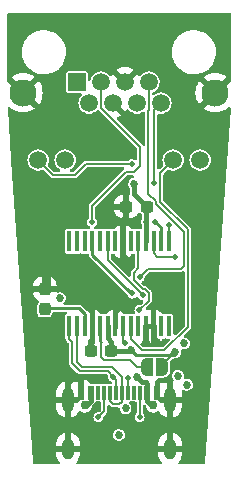
<source format=gtl>
G04 #@! TF.GenerationSoftware,KiCad,Pcbnew,(6.0.0)*
G04 #@! TF.CreationDate,2022-05-28T20:38:17-06:00*
G04 #@! TF.ProjectId,usb_to_serial,7573625f-746f-45f7-9365-7269616c2e6b,2*
G04 #@! TF.SameCoordinates,Original*
G04 #@! TF.FileFunction,Copper,L1,Top*
G04 #@! TF.FilePolarity,Positive*
%FSLAX46Y46*%
G04 Gerber Fmt 4.6, Leading zero omitted, Abs format (unit mm)*
G04 Created by KiCad (PCBNEW (6.0.0)) date 2022-05-28 20:38:17*
%MOMM*%
%LPD*%
G01*
G04 APERTURE LIST*
G04 Aperture macros list*
%AMRoundRect*
0 Rectangle with rounded corners*
0 $1 Rounding radius*
0 $2 $3 $4 $5 $6 $7 $8 $9 X,Y pos of 4 corners*
0 Add a 4 corners polygon primitive as box body*
4,1,4,$2,$3,$4,$5,$6,$7,$8,$9,$2,$3,0*
0 Add four circle primitives for the rounded corners*
1,1,$1+$1,$2,$3*
1,1,$1+$1,$4,$5*
1,1,$1+$1,$6,$7*
1,1,$1+$1,$8,$9*
0 Add four rect primitives between the rounded corners*
20,1,$1+$1,$2,$3,$4,$5,0*
20,1,$1+$1,$4,$5,$6,$7,0*
20,1,$1+$1,$6,$7,$8,$9,0*
20,1,$1+$1,$8,$9,$2,$3,0*%
%AMFreePoly0*
4,1,22,0.500000,-0.750000,0.000000,-0.750000,0.000000,-0.745033,-0.079941,-0.743568,-0.215256,-0.701293,-0.333266,-0.622738,-0.424486,-0.514219,-0.481581,-0.384460,-0.499164,-0.250000,-0.500000,-0.250000,-0.500000,0.250000,-0.499164,0.250000,-0.499963,0.256109,-0.478152,0.396186,-0.417904,0.524511,-0.324060,0.630769,-0.204165,0.706417,-0.067858,0.745374,0.000000,0.744959,0.000000,0.750000,
0.500000,0.750000,0.500000,-0.750000,0.500000,-0.750000,$1*%
%AMFreePoly1*
4,1,20,0.000000,0.744959,0.073905,0.744508,0.209726,0.703889,0.328688,0.626782,0.421226,0.519385,0.479903,0.390333,0.500000,0.250000,0.500000,-0.250000,0.499851,-0.262216,0.476331,-0.402017,0.414519,-0.529596,0.319384,-0.634700,0.198574,-0.708877,0.061801,-0.746166,0.000000,-0.745033,0.000000,-0.750000,-0.500000,-0.750000,-0.500000,0.750000,0.000000,0.750000,0.000000,0.744959,
0.000000,0.744959,$1*%
G04 Aperture macros list end*
G04 #@! TA.AperFunction,SMDPad,CuDef*
%ADD10RoundRect,0.237500X0.300000X0.237500X-0.300000X0.237500X-0.300000X-0.237500X0.300000X-0.237500X0*%
G04 #@! TD*
G04 #@! TA.AperFunction,ComponentPad*
%ADD11R,1.500000X1.500000*%
G04 #@! TD*
G04 #@! TA.AperFunction,ComponentPad*
%ADD12C,1.500000*%
G04 #@! TD*
G04 #@! TA.AperFunction,ComponentPad*
%ADD13C,2.300000*%
G04 #@! TD*
G04 #@! TA.AperFunction,SMDPad,CuDef*
%ADD14R,0.450000X1.750000*%
G04 #@! TD*
G04 #@! TA.AperFunction,ComponentPad*
%ADD15O,0.990600X1.803400*%
G04 #@! TD*
G04 #@! TA.AperFunction,ComponentPad*
%ADD16O,0.990600X2.108200*%
G04 #@! TD*
G04 #@! TA.AperFunction,ComponentPad*
%ADD17C,0.762000*%
G04 #@! TD*
G04 #@! TA.AperFunction,SMDPad,CuDef*
%ADD18R,0.584200X1.143000*%
G04 #@! TD*
G04 #@! TA.AperFunction,SMDPad,CuDef*
%ADD19R,0.304800X1.143000*%
G04 #@! TD*
G04 #@! TA.AperFunction,SMDPad,CuDef*
%ADD20RoundRect,0.237500X-0.237500X0.300000X-0.237500X-0.300000X0.237500X-0.300000X0.237500X0.300000X0*%
G04 #@! TD*
G04 #@! TA.AperFunction,SMDPad,CuDef*
%ADD21FreePoly0,180.000000*%
G04 #@! TD*
G04 #@! TA.AperFunction,SMDPad,CuDef*
%ADD22FreePoly1,180.000000*%
G04 #@! TD*
G04 #@! TA.AperFunction,ViaPad*
%ADD23C,0.685800*%
G04 #@! TD*
G04 #@! TA.AperFunction,ViaPad*
%ADD24C,0.508000*%
G04 #@! TD*
G04 #@! TA.AperFunction,ViaPad*
%ADD25C,3.302000*%
G04 #@! TD*
G04 #@! TA.AperFunction,ViaPad*
%ADD26C,2.159000*%
G04 #@! TD*
G04 #@! TA.AperFunction,Conductor*
%ADD27C,0.200000*%
G04 #@! TD*
G04 #@! TA.AperFunction,Conductor*
%ADD28C,0.254000*%
G04 #@! TD*
G04 #@! TA.AperFunction,Conductor*
%ADD29C,0.381000*%
G04 #@! TD*
G04 APERTURE END LIST*
D10*
X138130619Y-109572504D03*
X136405619Y-109572504D03*
X135130619Y-121822504D03*
X133405619Y-121822504D03*
D11*
X132218119Y-99032872D03*
D12*
X133234119Y-100812872D03*
X134250119Y-99032872D03*
X135266119Y-100812872D03*
X136282119Y-99032872D03*
X137298119Y-100812872D03*
X138314119Y-99032872D03*
X139330119Y-100812872D03*
X128918119Y-105632872D03*
X131208119Y-105632872D03*
X140348119Y-105632872D03*
X142638119Y-105632872D03*
D13*
X143908119Y-99922872D03*
X127648119Y-99922872D03*
D14*
X140003119Y-112522504D03*
X139353119Y-112522504D03*
X138703119Y-112522504D03*
X138053119Y-112522504D03*
X137403119Y-112522504D03*
X136753119Y-112522504D03*
X136103119Y-112522504D03*
X135453119Y-112522504D03*
X134803119Y-112522504D03*
X134153119Y-112522504D03*
X133503119Y-112522504D03*
X132853119Y-112522504D03*
X132203119Y-112522504D03*
X131553119Y-112522504D03*
X131553119Y-119722504D03*
X132203119Y-119722504D03*
X132853119Y-119722504D03*
X133503119Y-119722504D03*
X134153119Y-119722504D03*
X134803119Y-119722504D03*
X135453119Y-119722504D03*
X136103119Y-119722504D03*
X136753119Y-119722504D03*
X137403119Y-119722504D03*
X138053119Y-119722504D03*
X138703119Y-119722504D03*
X139353119Y-119722504D03*
X140003119Y-119722504D03*
D15*
X131458117Y-130091704D03*
X140098121Y-130091704D03*
D16*
X131458117Y-125911704D03*
X140098121Y-125911704D03*
D17*
X132888120Y-126411703D03*
X138668118Y-126411703D03*
D18*
X132578119Y-125336704D03*
X133378118Y-125336704D03*
D19*
X134528119Y-125336704D03*
X135528119Y-125336704D03*
X136028119Y-125336704D03*
X137028119Y-125336704D03*
D18*
X138978119Y-125336704D03*
X138178120Y-125336704D03*
D19*
X137528118Y-125336704D03*
X136528120Y-125336704D03*
X135028118Y-125336704D03*
X134028120Y-125336704D03*
D20*
X129500000Y-116545372D03*
X129500000Y-118270372D03*
D21*
X139428119Y-123157872D03*
D22*
X138128119Y-123157872D03*
D23*
X137060125Y-107641869D03*
D24*
X138053119Y-110882872D03*
D23*
X136799167Y-121752672D03*
X135778119Y-128907872D03*
X130768119Y-117322504D03*
X141528119Y-124657872D03*
X140528119Y-121907872D03*
X136328332Y-126669504D03*
X140778119Y-123907872D03*
X141278119Y-121157872D03*
X135278119Y-126917304D03*
D25*
X129278119Y-109157872D03*
D23*
X139016488Y-121079549D03*
X136808319Y-114341707D03*
D25*
X142278119Y-108907872D03*
D23*
X138018119Y-121072504D03*
D26*
X142278119Y-122657872D03*
D23*
X136768119Y-117729624D03*
D26*
X129278119Y-122657872D03*
D23*
X134528119Y-105157872D03*
X128432165Y-116530071D03*
D24*
X133504222Y-121028906D03*
D23*
X133028119Y-116407872D03*
X134933319Y-108907872D03*
X129778119Y-115157872D03*
X131778119Y-117157872D03*
X135893696Y-110877937D03*
D24*
X134414830Y-124039334D03*
D23*
X139778119Y-104157872D03*
X140778119Y-116157872D03*
X137278119Y-102657872D03*
X140895697Y-119360461D03*
X137327672Y-123998564D03*
D24*
X134028119Y-127407872D03*
X135278119Y-123976484D03*
X136538451Y-124071031D03*
X137526350Y-127404131D03*
X133500000Y-110895071D03*
X137518119Y-115566604D03*
X138768119Y-107572504D03*
X136278119Y-121157872D03*
X136836106Y-105991844D03*
X140022408Y-111163583D03*
X140518119Y-113822504D03*
X138837219Y-110910360D03*
X137502429Y-118338194D03*
X136908399Y-116932225D03*
X137768119Y-117076493D03*
D27*
X139278119Y-109157872D02*
X139278119Y-106702872D01*
X139278119Y-106702872D02*
X140348119Y-105632872D01*
X141620039Y-111499792D02*
X139278119Y-109157872D01*
X141620039Y-119743240D02*
X141620039Y-111499792D01*
X139613279Y-121750000D02*
X141620039Y-119743240D01*
X136753119Y-120807504D02*
X137695615Y-121750000D01*
X136753119Y-119722504D02*
X136753119Y-120807504D01*
X137695615Y-121750000D02*
X139613279Y-121750000D01*
D28*
X137175447Y-122128952D02*
X136799167Y-121752672D01*
X140148214Y-122128952D02*
X137175447Y-122128952D01*
X140250886Y-122026280D02*
X140148214Y-122128952D01*
D27*
X137526350Y-125338472D02*
X137528118Y-125336704D01*
X137526350Y-127404131D02*
X137526350Y-125338472D01*
X140528119Y-121907872D02*
X139428119Y-123007872D01*
D29*
X135130619Y-121010372D02*
X135130619Y-121822504D01*
X138053119Y-109650004D02*
X138053119Y-110882872D01*
X134803119Y-120682872D02*
X135130619Y-121010372D01*
X138053119Y-110882872D02*
X138053119Y-112522504D01*
X136799167Y-121752672D02*
X136729335Y-121822504D01*
X134803119Y-119722504D02*
X134803119Y-120682872D01*
D28*
X138028119Y-110907872D02*
X138053119Y-110882872D01*
D29*
X138130619Y-109572504D02*
X138053119Y-109650004D01*
D27*
X139428119Y-123007872D02*
X139428119Y-123157872D01*
D29*
X140409711Y-122026280D02*
X140250886Y-122026280D01*
X137060125Y-107641869D02*
X137060125Y-108502010D01*
X137060125Y-108502010D02*
X138130619Y-109572504D01*
X136729335Y-121822504D02*
X135130619Y-121822504D01*
X131458117Y-124477874D02*
X131458117Y-125911704D01*
X131778119Y-124157872D02*
X131458117Y-124477874D01*
X132278119Y-124157872D02*
X131778119Y-124157872D01*
X139870539Y-124250292D02*
X140098121Y-124477874D01*
X138018119Y-121072504D02*
X138053119Y-121037504D01*
X139185699Y-124250292D02*
X139870539Y-124250292D01*
X138978119Y-125336704D02*
X138978119Y-124457872D01*
D28*
X133504222Y-119723607D02*
X133503119Y-119722504D01*
D29*
X132578119Y-124457872D02*
X132278119Y-124157872D01*
X133028119Y-116407872D02*
X133028119Y-116657872D01*
X136189999Y-117729624D02*
X135453119Y-118466504D01*
X133504222Y-121028906D02*
X133405619Y-121127509D01*
X133503119Y-119722504D02*
X133503119Y-118466504D01*
X136768119Y-117729624D02*
X136189999Y-117729624D01*
X135453119Y-118466504D02*
X135453119Y-119722504D01*
X136405619Y-109572504D02*
X136405619Y-110366014D01*
D28*
X133504222Y-121028906D02*
X133504222Y-119723607D01*
D29*
X140098121Y-124477874D02*
X140098121Y-125911704D01*
X133028119Y-117991504D02*
X133028119Y-116407872D01*
X136103119Y-112522504D02*
X136103119Y-113636507D01*
X132578119Y-125336704D02*
X132578119Y-124457872D01*
X139016488Y-121079549D02*
X138703119Y-120766180D01*
X138053119Y-121037504D02*
X138053119Y-119722504D01*
X129778119Y-116545372D02*
X129778119Y-115157872D01*
X138978119Y-124457872D02*
X139185699Y-124250292D01*
X133503119Y-118466504D02*
X133028119Y-117991504D01*
X133405619Y-121127509D02*
X133405619Y-121822504D01*
X138703119Y-120766180D02*
X138703119Y-119722504D01*
X136103119Y-113636507D02*
X136808319Y-114341707D01*
X136405619Y-110366014D02*
X135893696Y-110877937D01*
D28*
X132380619Y-118185004D02*
X132853119Y-118657504D01*
X129863487Y-118185004D02*
X129778119Y-118270372D01*
X132853119Y-118657504D02*
X132853119Y-119722504D01*
X132380619Y-118185004D02*
X129863487Y-118185004D01*
D29*
X138531950Y-126411703D02*
X138668118Y-126411703D01*
X138178120Y-126057873D02*
X138531950Y-126411703D01*
X137327672Y-123998564D02*
X137751901Y-124422793D01*
X138178120Y-125336704D02*
X138178120Y-126057873D01*
X138022929Y-124422793D02*
X138178120Y-124577984D01*
X138178120Y-124577984D02*
X138178120Y-125336704D01*
X133378118Y-125336704D02*
X133378118Y-126057873D01*
X137751901Y-124422793D02*
X138022929Y-124422793D01*
X133024288Y-126411703D02*
X132888120Y-126411703D01*
X133378118Y-126057873D02*
X133024288Y-126411703D01*
D27*
X134028119Y-127407872D02*
X134528119Y-126907872D01*
X134528119Y-126907872D02*
X134528119Y-125336704D01*
X136538451Y-125326373D02*
X136528120Y-125336704D01*
X131778119Y-122832504D02*
X131778119Y-121032872D01*
X131553119Y-120807872D02*
X131553119Y-119722504D01*
X135528119Y-124226484D02*
X135528119Y-125336704D01*
X131778119Y-121032872D02*
X131553119Y-120807872D01*
X135278119Y-123976484D02*
X134811427Y-123509792D01*
X134811427Y-123509792D02*
X132455407Y-123509792D01*
X135278119Y-123976484D02*
X135528119Y-124226484D01*
X132455407Y-123509792D02*
X131778119Y-122832504D01*
X136538451Y-124071031D02*
X136538451Y-125326373D01*
X132203119Y-119722504D02*
X132203119Y-122757504D01*
X135813819Y-126322504D02*
X135286197Y-126322504D01*
X135286197Y-126322504D02*
X135028118Y-126064425D01*
X136028119Y-126108204D02*
X135813819Y-126322504D01*
X136028119Y-125336704D02*
X136028119Y-126108204D01*
X132203119Y-122757504D02*
X132603487Y-123157872D01*
X136028119Y-123995188D02*
X136028119Y-125336704D01*
X135028118Y-126064425D02*
X135028118Y-125336704D01*
X135190803Y-123157872D02*
X136028119Y-123995188D01*
X132603487Y-123157872D02*
X135190803Y-123157872D01*
X137528119Y-106157872D02*
X137528119Y-104491789D01*
X136336217Y-106663783D02*
X137022208Y-106663783D01*
X137022208Y-106663783D02*
X137528119Y-106157872D01*
X137528119Y-104491789D02*
X134250119Y-101213789D01*
X133500000Y-110895071D02*
X133500000Y-109500000D01*
X134250119Y-101213789D02*
X134250119Y-99032872D01*
X133500000Y-109500000D02*
X136336217Y-106663783D01*
X137518119Y-115566604D02*
X138262219Y-114822504D01*
X138920039Y-109132280D02*
X138262208Y-108474449D01*
X141268119Y-111693842D02*
X138920039Y-109345762D01*
X138920039Y-109345762D02*
X138920039Y-109132280D01*
X141018119Y-114822504D02*
X141268119Y-114572504D01*
X141268119Y-114572504D02*
X141268119Y-111693842D01*
X138314119Y-101407872D02*
X138314119Y-99032872D01*
X138262208Y-101459783D02*
X138314119Y-101407872D01*
X138262208Y-108474449D02*
X138262208Y-101459783D01*
X138262219Y-114822504D02*
X141018119Y-114822504D01*
X138778119Y-101364872D02*
X138778119Y-107562504D01*
X138778119Y-107562504D02*
X138768119Y-107572504D01*
X139330119Y-100812872D02*
X138778119Y-101364872D01*
X136836106Y-105991844D02*
X132944147Y-105991844D01*
X132944147Y-105991844D02*
X132028119Y-106907872D01*
X136103119Y-120982872D02*
X136103119Y-119722504D01*
X136278119Y-121157872D02*
X136103119Y-120982872D01*
X130193119Y-106907872D02*
X128918119Y-105632872D01*
X132028119Y-106907872D02*
X130193119Y-106907872D01*
X136692751Y-122572504D02*
X137278119Y-123157872D01*
X134268119Y-122322504D02*
X134518119Y-122572504D01*
X134268119Y-121075016D02*
X134268119Y-122322504D01*
D28*
X134153119Y-120960016D02*
X134268119Y-121075016D01*
X134153119Y-119722504D02*
X134153119Y-120960016D01*
D27*
X134518119Y-122572504D02*
X136692751Y-122572504D01*
X137278119Y-123157872D02*
X138128119Y-123157872D01*
X140003119Y-111182872D02*
X140003119Y-112522504D01*
X140022408Y-111163583D02*
X140003119Y-111182872D01*
X138703119Y-113507504D02*
X138703119Y-112522504D01*
X140518119Y-113822504D02*
X139018119Y-113822504D01*
X139018119Y-113822504D02*
X138703119Y-113507504D01*
D28*
X138904066Y-110910360D02*
X139353119Y-111359413D01*
X138837219Y-110910360D02*
X138904066Y-110910360D01*
X139353119Y-111359413D02*
X139353119Y-112522504D01*
D27*
X137012208Y-115173783D02*
X137403119Y-114782872D01*
X137768119Y-116570582D02*
X137012208Y-115814671D01*
X137977675Y-116570582D02*
X137768119Y-116570582D01*
X137403119Y-114782872D02*
X137403119Y-112522504D01*
X138274030Y-117566593D02*
X138274030Y-116866937D01*
X137012208Y-115814671D02*
X137012208Y-115173783D01*
X137502429Y-118338194D02*
X138274030Y-117566593D01*
X138274030Y-116866937D02*
X137977675Y-116570582D01*
D28*
X136783840Y-116932225D02*
X133503119Y-113651504D01*
X136908399Y-116932225D02*
X136783840Y-116932225D01*
X133503119Y-113651504D02*
X133503119Y-112522504D01*
D27*
X137768119Y-117076493D02*
X134803119Y-114111493D01*
X134803119Y-114111493D02*
X134803119Y-112522504D01*
G04 #@! TA.AperFunction,Conductor*
G36*
X145219639Y-93178430D02*
G01*
X145266183Y-93232041D01*
X145277619Y-93284492D01*
X145277619Y-98860392D01*
X145257617Y-98928513D01*
X145240714Y-98949487D01*
X142938663Y-101251538D01*
X142931270Y-101265076D01*
X142935839Y-101271607D01*
X143148855Y-101402143D01*
X143157649Y-101406624D01*
X143389611Y-101502706D01*
X143398996Y-101505755D01*
X143643136Y-101564368D01*
X143652883Y-101565911D01*
X143903189Y-101585611D01*
X143913049Y-101585611D01*
X144163355Y-101565911D01*
X144173102Y-101564368D01*
X144417242Y-101505755D01*
X144426627Y-101502706D01*
X144658589Y-101406624D01*
X144667383Y-101402143D01*
X144881467Y-101270952D01*
X144889440Y-101265160D01*
X145007603Y-101164238D01*
X145072393Y-101135207D01*
X145142593Y-101145812D01*
X145195915Y-101192686D01*
X145215431Y-101260948D01*
X145215103Y-101269170D01*
X143036137Y-131290493D01*
X143011257Y-131356987D01*
X142954376Y-131399474D01*
X142910468Y-131407372D01*
X140913459Y-131407372D01*
X140845338Y-131387370D01*
X140798845Y-131333714D01*
X140788741Y-131263440D01*
X140818235Y-131198860D01*
X140826886Y-131189823D01*
X140856897Y-131161443D01*
X140865194Y-131151831D01*
X140974776Y-130995331D01*
X140980976Y-130984237D01*
X141056853Y-130808896D01*
X141060695Y-130796784D01*
X141100081Y-130608254D01*
X141101323Y-130598687D01*
X141101334Y-130598489D01*
X141101421Y-130595156D01*
X141101421Y-130363819D01*
X141096946Y-130348580D01*
X141095556Y-130347375D01*
X141087873Y-130345704D01*
X139112936Y-130345704D01*
X139097697Y-130350179D01*
X139096492Y-130351569D01*
X139094821Y-130359252D01*
X139094821Y-130545845D01*
X139095144Y-130552220D01*
X139109600Y-130694537D01*
X139112154Y-130706977D01*
X139169286Y-130889285D01*
X139174295Y-130900973D01*
X139266920Y-131068074D01*
X139274164Y-131078497D01*
X139377769Y-131199374D01*
X139406913Y-131264113D01*
X139396431Y-131334331D01*
X139349649Y-131387736D01*
X139282101Y-131407372D01*
X132273455Y-131407372D01*
X132205334Y-131387370D01*
X132158841Y-131333714D01*
X132148737Y-131263440D01*
X132178231Y-131198860D01*
X132186882Y-131189823D01*
X132216893Y-131161443D01*
X132225190Y-131151831D01*
X132334772Y-130995331D01*
X132340972Y-130984237D01*
X132416849Y-130808896D01*
X132420691Y-130796784D01*
X132460077Y-130608254D01*
X132461319Y-130598687D01*
X132461330Y-130598489D01*
X132461417Y-130595156D01*
X132461417Y-130363819D01*
X132456942Y-130348580D01*
X132455552Y-130347375D01*
X132447869Y-130345704D01*
X130472932Y-130345704D01*
X130457693Y-130350179D01*
X130456488Y-130351569D01*
X130454817Y-130359252D01*
X130454817Y-130545845D01*
X130455140Y-130552220D01*
X130469596Y-130694537D01*
X130472150Y-130706977D01*
X130529282Y-130889285D01*
X130534291Y-130900973D01*
X130626916Y-131068074D01*
X130634160Y-131078497D01*
X130737765Y-131199374D01*
X130766909Y-131264113D01*
X130756427Y-131334331D01*
X130709645Y-131387736D01*
X130642097Y-131407372D01*
X128645770Y-131407372D01*
X128577649Y-131387370D01*
X128531156Y-131333714D01*
X128520101Y-131290493D01*
X128413342Y-129819589D01*
X130454817Y-129819589D01*
X130459292Y-129834828D01*
X130460682Y-129836033D01*
X130468365Y-129837704D01*
X131186002Y-129837704D01*
X131201241Y-129833229D01*
X131202446Y-129831839D01*
X131204117Y-129824156D01*
X131204117Y-129819589D01*
X131712117Y-129819589D01*
X131716592Y-129834828D01*
X131717982Y-129836033D01*
X131725665Y-129837704D01*
X132443302Y-129837704D01*
X132458541Y-129833229D01*
X132459746Y-129831839D01*
X132461417Y-129824156D01*
X132461417Y-129819589D01*
X139094821Y-129819589D01*
X139099296Y-129834828D01*
X139100686Y-129836033D01*
X139108369Y-129837704D01*
X139826006Y-129837704D01*
X139841245Y-129833229D01*
X139842450Y-129831839D01*
X139844121Y-129824156D01*
X139844121Y-129819589D01*
X140352121Y-129819589D01*
X140356596Y-129834828D01*
X140357986Y-129836033D01*
X140365669Y-129837704D01*
X141083306Y-129837704D01*
X141098545Y-129833229D01*
X141099750Y-129831839D01*
X141101421Y-129824156D01*
X141101421Y-129637563D01*
X141101098Y-129631188D01*
X141086642Y-129488871D01*
X141084088Y-129476431D01*
X141026956Y-129294123D01*
X141021947Y-129282435D01*
X140929322Y-129115334D01*
X140922078Y-129104911D01*
X140797735Y-128959839D01*
X140788541Y-128951084D01*
X140637576Y-128833984D01*
X140626803Y-128827251D01*
X140455376Y-128742898D01*
X140443469Y-128738470D01*
X140369652Y-128719242D01*
X140355557Y-128719676D01*
X140352121Y-128727857D01*
X140352121Y-129819589D01*
X139844121Y-129819589D01*
X139844121Y-128727806D01*
X139840148Y-128714275D01*
X139834046Y-128713398D01*
X139662021Y-128776692D01*
X139650615Y-128782254D01*
X139488228Y-128882938D01*
X139478167Y-128890686D01*
X139339350Y-129021959D01*
X139331048Y-129031577D01*
X139221466Y-129188077D01*
X139215266Y-129199171D01*
X139139389Y-129374512D01*
X139135547Y-129386624D01*
X139096161Y-129575154D01*
X139094919Y-129584721D01*
X139094908Y-129584919D01*
X139094821Y-129588252D01*
X139094821Y-129819589D01*
X132461417Y-129819589D01*
X132461417Y-129637563D01*
X132461094Y-129631188D01*
X132446638Y-129488871D01*
X132444084Y-129476431D01*
X132386952Y-129294123D01*
X132381943Y-129282435D01*
X132289318Y-129115334D01*
X132282074Y-129104911D01*
X132157731Y-128959839D01*
X132148537Y-128951084D01*
X132084940Y-128901753D01*
X135277258Y-128901753D01*
X135278422Y-128910654D01*
X135278422Y-128910658D01*
X135292977Y-129021959D01*
X135295673Y-129042573D01*
X135352871Y-129172566D01*
X135444254Y-129281279D01*
X135451725Y-129286252D01*
X135451726Y-129286253D01*
X135555004Y-129355001D01*
X135555006Y-129355002D01*
X135562477Y-129359975D01*
X135571041Y-129362651D01*
X135571044Y-129362652D01*
X135689468Y-129399651D01*
X135689472Y-129399652D01*
X135698035Y-129402327D01*
X135766572Y-129403583D01*
X135831055Y-129404765D01*
X135831058Y-129404765D01*
X135840031Y-129404929D01*
X135882257Y-129393417D01*
X135968388Y-129369935D01*
X135968391Y-129369934D01*
X135977050Y-129367573D01*
X136098077Y-129293263D01*
X136104423Y-129286253D01*
X136187354Y-129194631D01*
X136187355Y-129194630D01*
X136193382Y-129187971D01*
X136204828Y-129164348D01*
X136251391Y-129068241D01*
X136251391Y-129068240D01*
X136255305Y-129060162D01*
X136278867Y-128920110D01*
X136279017Y-128907872D01*
X136267471Y-128827251D01*
X136260157Y-128776173D01*
X136260156Y-128776170D01*
X136258884Y-128767287D01*
X136245782Y-128738470D01*
X136203819Y-128646177D01*
X136203817Y-128646174D01*
X136200102Y-128638003D01*
X136107397Y-128530414D01*
X136093847Y-128521631D01*
X135995753Y-128458049D01*
X135995751Y-128458048D01*
X135988222Y-128453168D01*
X135979625Y-128450597D01*
X135979623Y-128450596D01*
X135899251Y-128426560D01*
X135852156Y-128412476D01*
X135843180Y-128412421D01*
X135843179Y-128412421D01*
X135783870Y-128412059D01*
X135710139Y-128411608D01*
X135641863Y-128431122D01*
X135582218Y-128448168D01*
X135582217Y-128448169D01*
X135573587Y-128450635D01*
X135453477Y-128526419D01*
X135359465Y-128632868D01*
X135299108Y-128761424D01*
X135297728Y-128770289D01*
X135297727Y-128770291D01*
X135280188Y-128882938D01*
X135277258Y-128901753D01*
X132084940Y-128901753D01*
X131997572Y-128833984D01*
X131986799Y-128827251D01*
X131815372Y-128742898D01*
X131803465Y-128738470D01*
X131729648Y-128719242D01*
X131715553Y-128719676D01*
X131712117Y-128727857D01*
X131712117Y-129819589D01*
X131204117Y-129819589D01*
X131204117Y-128727806D01*
X131200144Y-128714275D01*
X131194042Y-128713398D01*
X131022017Y-128776692D01*
X131010611Y-128782254D01*
X130848224Y-128882938D01*
X130838163Y-128890686D01*
X130699346Y-129021959D01*
X130691044Y-129031577D01*
X130581462Y-129188077D01*
X130575262Y-129199171D01*
X130499385Y-129374512D01*
X130495543Y-129386624D01*
X130456157Y-129575154D01*
X130454915Y-129584721D01*
X130454904Y-129584919D01*
X130454817Y-129588252D01*
X130454817Y-129819589D01*
X128413342Y-129819589D01*
X128173728Y-126518245D01*
X130454817Y-126518245D01*
X130455140Y-126524620D01*
X130469596Y-126666937D01*
X130472150Y-126679377D01*
X130529282Y-126861685D01*
X130534291Y-126873373D01*
X130626916Y-127040474D01*
X130634160Y-127050897D01*
X130758503Y-127195969D01*
X130767697Y-127204724D01*
X130918662Y-127321824D01*
X130929435Y-127328557D01*
X131100862Y-127412910D01*
X131112769Y-127417338D01*
X131186586Y-127436566D01*
X131200681Y-127436132D01*
X131204117Y-127427951D01*
X131204117Y-126183819D01*
X131199642Y-126168580D01*
X131198252Y-126167375D01*
X131190569Y-126165704D01*
X130472932Y-126165704D01*
X130457693Y-126170179D01*
X130456488Y-126171569D01*
X130454817Y-126179252D01*
X130454817Y-126518245D01*
X128173728Y-126518245D01*
X128109955Y-125639589D01*
X130454817Y-125639589D01*
X130459292Y-125654828D01*
X130460682Y-125656033D01*
X130468365Y-125657704D01*
X131186002Y-125657704D01*
X131201241Y-125653229D01*
X131202446Y-125651839D01*
X131204117Y-125644156D01*
X131204117Y-124395406D01*
X131200144Y-124381875D01*
X131194042Y-124380998D01*
X131022017Y-124444292D01*
X131010611Y-124449854D01*
X130848224Y-124550538D01*
X130838163Y-124558286D01*
X130699346Y-124689559D01*
X130691044Y-124699177D01*
X130581462Y-124855677D01*
X130575262Y-124866771D01*
X130499385Y-125042112D01*
X130495543Y-125054224D01*
X130456157Y-125242754D01*
X130454915Y-125252321D01*
X130454904Y-125252519D01*
X130454817Y-125255852D01*
X130454817Y-125639589D01*
X128109955Y-125639589D01*
X127590514Y-118482855D01*
X127430140Y-116273257D01*
X128517000Y-116273257D01*
X128521475Y-116288496D01*
X128522865Y-116289701D01*
X128530548Y-116291372D01*
X129227885Y-116291372D01*
X129243124Y-116286897D01*
X129244329Y-116285507D01*
X129246000Y-116277824D01*
X129246000Y-116273257D01*
X129754000Y-116273257D01*
X129758475Y-116288496D01*
X129759865Y-116289701D01*
X129767548Y-116291372D01*
X130464885Y-116291372D01*
X130480124Y-116286897D01*
X130481329Y-116285507D01*
X130483000Y-116277824D01*
X130483000Y-116199106D01*
X130482663Y-116192590D01*
X130472925Y-116098740D01*
X130470032Y-116085344D01*
X130419512Y-115933919D01*
X130413347Y-115920757D01*
X130329574Y-115785380D01*
X130320540Y-115773982D01*
X130207871Y-115661509D01*
X130196460Y-115652497D01*
X130060937Y-115568960D01*
X130047759Y-115562816D01*
X129896234Y-115512557D01*
X129882868Y-115509691D01*
X129790230Y-115500200D01*
X129783815Y-115499872D01*
X129772115Y-115499872D01*
X129756876Y-115504347D01*
X129755671Y-115505737D01*
X129754000Y-115513420D01*
X129754000Y-116273257D01*
X129246000Y-116273257D01*
X129246000Y-115517987D01*
X129241525Y-115502748D01*
X129240135Y-115501543D01*
X129232452Y-115499872D01*
X129216234Y-115499872D01*
X129209718Y-115500209D01*
X129115868Y-115509947D01*
X129102472Y-115512840D01*
X128951047Y-115563360D01*
X128937885Y-115569525D01*
X128802508Y-115653298D01*
X128791110Y-115662332D01*
X128678637Y-115775001D01*
X128669625Y-115786412D01*
X128586088Y-115921935D01*
X128579944Y-115935113D01*
X128529685Y-116086638D01*
X128526819Y-116100004D01*
X128517328Y-116192642D01*
X128517000Y-116199057D01*
X128517000Y-116273257D01*
X127430140Y-116273257D01*
X126657854Y-105632872D01*
X128010246Y-105632872D01*
X128010936Y-105639437D01*
X128028812Y-105809513D01*
X128030085Y-105821629D01*
X128088736Y-106002137D01*
X128183634Y-106166506D01*
X128188052Y-106171413D01*
X128188053Y-106171414D01*
X128306211Y-106302642D01*
X128310633Y-106307553D01*
X128315975Y-106311434D01*
X128315977Y-106311436D01*
X128458840Y-106415232D01*
X128464182Y-106419113D01*
X128470210Y-106421797D01*
X128470212Y-106421798D01*
X128627367Y-106491768D01*
X128637571Y-106496311D01*
X128730395Y-106516041D01*
X128816763Y-106534400D01*
X128816767Y-106534400D01*
X128823220Y-106535772D01*
X129013018Y-106535772D01*
X129019471Y-106534400D01*
X129019475Y-106534400D01*
X129105843Y-106516041D01*
X129198667Y-106496311D01*
X129275405Y-106462145D01*
X129345772Y-106452711D01*
X129410069Y-106482817D01*
X129415749Y-106488157D01*
X129987901Y-107060309D01*
X130003571Y-107079402D01*
X130010788Y-107090203D01*
X130031905Y-107104313D01*
X130031906Y-107104314D01*
X130093703Y-107145605D01*
X130094442Y-107146099D01*
X130167002Y-107160532D01*
X130193119Y-107165727D01*
X130205290Y-107163306D01*
X130205292Y-107163306D01*
X130205860Y-107163193D01*
X130230440Y-107160772D01*
X131990798Y-107160772D01*
X132015378Y-107163193D01*
X132015946Y-107163306D01*
X132015948Y-107163306D01*
X132028119Y-107165727D01*
X132054237Y-107160532D01*
X132114617Y-107148522D01*
X132114619Y-107148521D01*
X132126796Y-107146099D01*
X132127535Y-107145605D01*
X132137130Y-107139194D01*
X132137132Y-107139193D01*
X132189332Y-107104314D01*
X132189333Y-107104313D01*
X132200134Y-107097096D01*
X132210450Y-107090203D01*
X132217667Y-107079402D01*
X132233337Y-107060309D01*
X133011997Y-106281649D01*
X133074309Y-106247623D01*
X133101092Y-106244744D01*
X136092778Y-106244744D01*
X136160899Y-106264746D01*
X136207392Y-106318402D01*
X136217496Y-106388676D01*
X136188002Y-106453256D01*
X136166784Y-106471977D01*
X136164202Y-106474559D01*
X136153886Y-106481452D01*
X136146993Y-106491768D01*
X136146667Y-106492256D01*
X136130997Y-106511349D01*
X133347563Y-109294782D01*
X133328470Y-109310452D01*
X133317669Y-109317669D01*
X133303559Y-109338786D01*
X133303558Y-109338787D01*
X133284630Y-109367115D01*
X133268668Y-109391003D01*
X133268667Y-109391005D01*
X133261773Y-109401323D01*
X133242145Y-109500000D01*
X133244566Y-109512171D01*
X133244566Y-109512173D01*
X133244679Y-109512741D01*
X133247100Y-109537321D01*
X133247100Y-110501302D01*
X133227098Y-110569423D01*
X133210195Y-110590397D01*
X133155682Y-110644910D01*
X133095230Y-110763553D01*
X133074400Y-110895071D01*
X133095230Y-111026589D01*
X133155682Y-111145232D01*
X133249839Y-111239389D01*
X133258669Y-111243888D01*
X133258673Y-111243891D01*
X133290053Y-111259879D01*
X133341668Y-111308626D01*
X133358735Y-111377541D01*
X133335835Y-111444743D01*
X133280238Y-111488896D01*
X133257431Y-111495725D01*
X133241894Y-111498815D01*
X133218461Y-111503476D01*
X133218095Y-111503720D01*
X133155749Y-111510424D01*
X133142237Y-111506456D01*
X133137777Y-111503476D01*
X133093176Y-111494604D01*
X132853158Y-111494604D01*
X132613063Y-111494605D01*
X132568461Y-111503476D01*
X132568095Y-111503720D01*
X132505749Y-111510424D01*
X132492237Y-111506456D01*
X132487777Y-111503476D01*
X132443176Y-111494604D01*
X132203158Y-111494604D01*
X131963063Y-111494605D01*
X131918461Y-111503476D01*
X131918095Y-111503720D01*
X131855749Y-111510424D01*
X131842237Y-111506456D01*
X131837777Y-111503476D01*
X131793176Y-111494604D01*
X131553158Y-111494604D01*
X131313063Y-111494605D01*
X131300217Y-111497160D01*
X131280636Y-111501054D01*
X131280634Y-111501055D01*
X131268461Y-111503476D01*
X131258141Y-111510371D01*
X131258140Y-111510372D01*
X131255756Y-111511965D01*
X131217885Y-111537270D01*
X131210992Y-111547586D01*
X131190984Y-111577529D01*
X131190983Y-111577532D01*
X131184091Y-111587846D01*
X131175219Y-111632447D01*
X131175220Y-113412560D01*
X131184091Y-113457162D01*
X131217885Y-113507738D01*
X131228201Y-113514631D01*
X131258144Y-113534639D01*
X131258147Y-113534640D01*
X131268461Y-113541532D01*
X131280628Y-113543952D01*
X131280630Y-113543953D01*
X131298862Y-113547579D01*
X131313062Y-113550404D01*
X131553080Y-113550404D01*
X131793175Y-113550403D01*
X131837777Y-113541532D01*
X131838143Y-113541288D01*
X131900489Y-113534584D01*
X131914001Y-113538552D01*
X131918461Y-113541532D01*
X131963062Y-113550404D01*
X132203080Y-113550404D01*
X132443175Y-113550403D01*
X132487777Y-113541532D01*
X132488143Y-113541288D01*
X132550489Y-113534584D01*
X132564001Y-113538552D01*
X132568461Y-113541532D01*
X132613062Y-113550404D01*
X132619249Y-113550404D01*
X133093175Y-113550403D01*
X133093175Y-113552185D01*
X133154630Y-113563845D01*
X133206155Y-113612689D01*
X133220562Y-113666148D01*
X133222685Y-113665952D01*
X133223219Y-113671736D01*
X133223219Y-113677535D01*
X133224058Y-113682038D01*
X133224236Y-113684787D01*
X133224900Y-113702480D01*
X133224901Y-113702483D01*
X133225337Y-113714105D01*
X133229929Y-113724795D01*
X133231482Y-113731683D01*
X133232789Y-113735985D01*
X133235332Y-113742574D01*
X133237462Y-113754012D01*
X133249181Y-113773023D01*
X133257685Y-113789396D01*
X133266498Y-113809908D01*
X133270238Y-113814461D01*
X133272423Y-113816646D01*
X133274478Y-113818912D01*
X133274212Y-113819153D01*
X133278249Y-113824261D01*
X133278257Y-113824254D01*
X133286072Y-113832872D01*
X133292176Y-113842775D01*
X133311998Y-113857848D01*
X133324826Y-113869049D01*
X136477006Y-117021230D01*
X136503194Y-117063965D01*
X136503629Y-117063743D01*
X136564081Y-117182386D01*
X136658238Y-117276543D01*
X136776881Y-117336995D01*
X136908399Y-117357825D01*
X137039917Y-117336995D01*
X137158560Y-117276543D01*
X137194728Y-117240375D01*
X137257040Y-117206349D01*
X137327855Y-117211414D01*
X137384691Y-117253961D01*
X137396090Y-117272268D01*
X137419299Y-117317820D01*
X137419302Y-117317824D01*
X137423801Y-117326654D01*
X137517958Y-117420811D01*
X137636601Y-117481263D01*
X137646392Y-117482814D01*
X137646393Y-117482814D01*
X137646766Y-117482873D01*
X137707541Y-117492499D01*
X137771693Y-117522910D01*
X137809220Y-117583178D01*
X137808207Y-117654167D01*
X137776925Y-117706042D01*
X137605727Y-117877240D01*
X137543415Y-117911266D01*
X137516632Y-117914145D01*
X137512222Y-117914145D01*
X137502429Y-117912594D01*
X137370911Y-117933424D01*
X137252268Y-117993876D01*
X137158111Y-118088033D01*
X137097659Y-118206676D01*
X137076829Y-118338194D01*
X137097659Y-118469712D01*
X137102161Y-118478547D01*
X137102161Y-118478548D01*
X137119611Y-118512795D01*
X137132716Y-118582572D01*
X137106017Y-118648356D01*
X137047990Y-118689263D01*
X136996354Y-118695236D01*
X136993176Y-118694604D01*
X136986985Y-118694604D01*
X136753081Y-118694605D01*
X136513063Y-118694605D01*
X136468461Y-118703476D01*
X136468095Y-118703720D01*
X136405749Y-118710424D01*
X136392237Y-118706456D01*
X136387777Y-118703476D01*
X136343176Y-118694604D01*
X136250694Y-118694604D01*
X136182573Y-118674602D01*
X136136080Y-118620946D01*
X136132713Y-118612837D01*
X136131443Y-118609451D01*
X136122905Y-118593855D01*
X136046404Y-118491780D01*
X136033843Y-118479219D01*
X135931768Y-118402718D01*
X135916173Y-118394180D01*
X135795725Y-118349026D01*
X135780470Y-118345399D01*
X135729605Y-118339873D01*
X135722791Y-118339504D01*
X135696234Y-118339504D01*
X135680995Y-118343979D01*
X135679790Y-118345369D01*
X135678119Y-118353052D01*
X135678119Y-119821504D01*
X135658117Y-119889625D01*
X135604461Y-119936118D01*
X135552119Y-119947504D01*
X135354119Y-119947504D01*
X135285998Y-119927502D01*
X135239505Y-119873846D01*
X135228119Y-119821504D01*
X135228119Y-118357620D01*
X135223644Y-118342381D01*
X135222254Y-118341176D01*
X135214571Y-118339505D01*
X135183450Y-118339505D01*
X135176629Y-118339875D01*
X135125767Y-118345399D01*
X135110515Y-118349025D01*
X134990065Y-118394180D01*
X134974470Y-118402718D01*
X134872395Y-118479219D01*
X134859834Y-118491780D01*
X134783329Y-118593860D01*
X134774797Y-118609444D01*
X134773525Y-118612838D01*
X134771366Y-118615712D01*
X134770485Y-118617321D01*
X134770253Y-118617194D01*
X134730882Y-118669601D01*
X134664319Y-118694299D01*
X134655550Y-118694605D01*
X134563063Y-118694605D01*
X134518461Y-118703476D01*
X134518095Y-118703720D01*
X134455749Y-118710424D01*
X134442237Y-118706456D01*
X134437777Y-118703476D01*
X134393176Y-118694604D01*
X134300694Y-118694604D01*
X134232573Y-118674602D01*
X134186080Y-118620946D01*
X134182713Y-118612837D01*
X134181443Y-118609451D01*
X134172905Y-118593855D01*
X134096404Y-118491780D01*
X134083843Y-118479219D01*
X133981768Y-118402718D01*
X133966173Y-118394180D01*
X133845725Y-118349026D01*
X133830470Y-118345399D01*
X133779605Y-118339873D01*
X133772791Y-118339504D01*
X133746234Y-118339504D01*
X133730995Y-118343979D01*
X133729790Y-118345369D01*
X133728119Y-118353052D01*
X133728119Y-121036387D01*
X133708117Y-121104508D01*
X133683148Y-121126143D01*
X133661290Y-121151369D01*
X133659619Y-121159052D01*
X133659619Y-121950504D01*
X133639617Y-122018625D01*
X133585961Y-122065118D01*
X133533619Y-122076504D01*
X133277619Y-122076504D01*
X133209498Y-122056502D01*
X133163005Y-122002846D01*
X133151619Y-121950504D01*
X133151619Y-120925504D01*
X133171621Y-120857383D01*
X133225277Y-120810890D01*
X133243314Y-120806967D01*
X133242621Y-120804608D01*
X133275243Y-120795029D01*
X133276448Y-120793639D01*
X133278119Y-120785956D01*
X133278119Y-118357620D01*
X133273644Y-118342381D01*
X133272254Y-118341176D01*
X133264571Y-118339505D01*
X133233450Y-118339505D01*
X133226629Y-118339875D01*
X133175767Y-118345399D01*
X133160515Y-118349025D01*
X133076436Y-118380545D01*
X133005629Y-118385728D01*
X132943111Y-118351658D01*
X132612777Y-118021324D01*
X132611444Y-118019780D01*
X132609220Y-118015230D01*
X132575889Y-117984311D01*
X132572484Y-117981031D01*
X132560131Y-117968678D01*
X132556352Y-117966085D01*
X132554285Y-117964270D01*
X132541305Y-117952230D01*
X132532775Y-117944317D01*
X132521967Y-117940005D01*
X132516007Y-117936237D01*
X132512028Y-117934112D01*
X132505577Y-117931253D01*
X132495983Y-117924672D01*
X132474260Y-117919517D01*
X132456663Y-117913952D01*
X132435927Y-117905679D01*
X132430063Y-117905104D01*
X132426975Y-117905104D01*
X132423912Y-117904954D01*
X132423929Y-117904596D01*
X132417468Y-117903840D01*
X132417467Y-117903851D01*
X132405851Y-117903283D01*
X132394529Y-117900596D01*
X132383000Y-117902165D01*
X132382999Y-117902165D01*
X132369862Y-117903953D01*
X132352871Y-117905104D01*
X131193572Y-117905104D01*
X131125451Y-117885102D01*
X131078958Y-117831446D01*
X131068854Y-117761172D01*
X131100157Y-117694549D01*
X131177354Y-117609263D01*
X131177355Y-117609262D01*
X131183382Y-117602603D01*
X131188760Y-117591504D01*
X131241391Y-117482873D01*
X131241391Y-117482872D01*
X131245305Y-117474794D01*
X131268867Y-117334742D01*
X131269017Y-117322504D01*
X131259201Y-117253961D01*
X131250157Y-117190805D01*
X131250156Y-117190802D01*
X131248884Y-117181919D01*
X131243459Y-117169987D01*
X131193819Y-117060809D01*
X131193817Y-117060806D01*
X131190102Y-117052635D01*
X131097397Y-116945046D01*
X131089862Y-116940162D01*
X130985753Y-116872681D01*
X130985751Y-116872680D01*
X130978222Y-116867800D01*
X130969625Y-116865229D01*
X130969623Y-116865228D01*
X130866345Y-116834342D01*
X130842156Y-116827108D01*
X130833180Y-116827053D01*
X130833179Y-116827053D01*
X130773870Y-116826691D01*
X130700139Y-116826240D01*
X130619898Y-116849173D01*
X130548904Y-116848661D01*
X130502762Y-116823249D01*
X130477135Y-116801043D01*
X130469452Y-116799372D01*
X128535115Y-116799372D01*
X128519876Y-116803847D01*
X128518671Y-116805237D01*
X128517000Y-116812920D01*
X128517000Y-116891638D01*
X128517337Y-116898154D01*
X128527075Y-116992004D01*
X128529968Y-117005400D01*
X128580488Y-117156825D01*
X128586653Y-117169987D01*
X128670426Y-117305364D01*
X128679460Y-117316762D01*
X128792129Y-117429235D01*
X128803540Y-117438247D01*
X128939423Y-117522006D01*
X128986916Y-117574778D01*
X128998340Y-117644850D01*
X128970066Y-117709973D01*
X128962402Y-117718361D01*
X128942723Y-117738040D01*
X128920220Y-117782205D01*
X128891082Y-117839391D01*
X128891081Y-117839394D01*
X128886580Y-117848228D01*
X128872100Y-117939650D01*
X128872100Y-118601094D01*
X128886580Y-118692516D01*
X128891081Y-118701350D01*
X128891082Y-118701353D01*
X128895650Y-118710318D01*
X128942723Y-118802704D01*
X129030168Y-118890149D01*
X129086623Y-118918914D01*
X129131519Y-118941790D01*
X129131522Y-118941791D01*
X129140356Y-118946292D01*
X129231778Y-118960772D01*
X129768222Y-118960772D01*
X129859644Y-118946292D01*
X129868478Y-118941791D01*
X129868481Y-118941790D01*
X129913377Y-118918914D01*
X129969832Y-118890149D01*
X130057277Y-118802704D01*
X130104350Y-118710318D01*
X130108918Y-118701353D01*
X130108919Y-118701350D01*
X130113420Y-118692516D01*
X130127900Y-118601094D01*
X130127900Y-118590904D01*
X130147902Y-118522783D01*
X130201558Y-118476290D01*
X130253900Y-118464904D01*
X131217308Y-118464904D01*
X131285429Y-118484906D01*
X131331922Y-118538562D01*
X131342026Y-118608836D01*
X131312532Y-118673416D01*
X131271754Y-118702821D01*
X131268461Y-118703476D01*
X131258144Y-118710370D01*
X131258141Y-118710371D01*
X131229371Y-118729595D01*
X131217885Y-118737270D01*
X131210992Y-118747586D01*
X131190984Y-118777529D01*
X131190983Y-118777532D01*
X131184091Y-118787846D01*
X131181671Y-118800013D01*
X131181670Y-118800015D01*
X131178044Y-118818247D01*
X131175219Y-118832447D01*
X131175220Y-120612560D01*
X131184091Y-120657162D01*
X131217885Y-120707738D01*
X131228201Y-120714631D01*
X131241687Y-120723642D01*
X131287215Y-120778119D01*
X131293483Y-120808226D01*
X131295264Y-120807872D01*
X131312463Y-120894336D01*
X131314892Y-120906549D01*
X131333365Y-120934195D01*
X131370788Y-120990203D01*
X131381589Y-120997420D01*
X131400682Y-121013090D01*
X131488314Y-121100722D01*
X131522340Y-121163034D01*
X131525219Y-121189817D01*
X131525219Y-122795183D01*
X131522798Y-122819763D01*
X131520264Y-122832504D01*
X131539892Y-122931181D01*
X131546786Y-122941498D01*
X131546787Y-122941501D01*
X131569531Y-122975539D01*
X131569533Y-122975541D01*
X131595788Y-123014835D01*
X131606104Y-123021728D01*
X131606586Y-123022050D01*
X131625679Y-123037719D01*
X132250189Y-123662228D01*
X132265859Y-123681322D01*
X132273076Y-123692123D01*
X132356730Y-123748019D01*
X132424313Y-123761462D01*
X132455407Y-123767647D01*
X132467578Y-123765226D01*
X132467580Y-123765226D01*
X132468148Y-123765113D01*
X132492728Y-123762692D01*
X134654482Y-123762692D01*
X134722603Y-123782694D01*
X134743577Y-123799597D01*
X134817165Y-123873185D01*
X134851191Y-123935497D01*
X134854070Y-123962280D01*
X134854070Y-123966691D01*
X134852519Y-123976484D01*
X134873349Y-124108002D01*
X134933801Y-124226645D01*
X135027958Y-124320802D01*
X135132439Y-124374038D01*
X135184053Y-124422785D01*
X135201119Y-124491700D01*
X135178218Y-124558902D01*
X135122621Y-124603054D01*
X135075236Y-124612304D01*
X134877044Y-124612305D01*
X134860662Y-124612305D01*
X134816060Y-124621176D01*
X134815957Y-124620657D01*
X134755746Y-124627129D01*
X134743865Y-124623640D01*
X134740177Y-124621176D01*
X134695576Y-124612304D01*
X134528147Y-124612304D01*
X134360663Y-124612305D01*
X134316061Y-124621176D01*
X134315958Y-124620657D01*
X134255747Y-124627129D01*
X134243866Y-124623640D01*
X134240178Y-124621176D01*
X134195577Y-124612304D01*
X134028148Y-124612304D01*
X133860664Y-124612305D01*
X133844010Y-124615617D01*
X133828237Y-124618754D01*
X133828235Y-124618755D01*
X133816062Y-124621176D01*
X133814190Y-124622427D01*
X133750596Y-124629263D01*
X133735223Y-124624749D01*
X133729876Y-124621176D01*
X133685275Y-124612304D01*
X133442792Y-124612304D01*
X133374673Y-124592303D01*
X133328180Y-124538648D01*
X133324809Y-124530529D01*
X133323540Y-124527142D01*
X133315009Y-124511560D01*
X133238504Y-124409480D01*
X133225943Y-124396919D01*
X133123868Y-124320418D01*
X133108273Y-124311880D01*
X132987825Y-124266726D01*
X132972570Y-124263099D01*
X132921705Y-124257573D01*
X132914891Y-124257204D01*
X132850234Y-124257204D01*
X132834995Y-124261679D01*
X132833790Y-124263069D01*
X132832119Y-124270752D01*
X132832119Y-125464704D01*
X132812117Y-125532825D01*
X132758461Y-125579318D01*
X132706119Y-125590704D01*
X132450119Y-125590704D01*
X132381998Y-125570702D01*
X132335505Y-125517046D01*
X132324119Y-125464704D01*
X132324119Y-124275320D01*
X132319644Y-124260081D01*
X132318254Y-124258876D01*
X132310571Y-124257205D01*
X132241350Y-124257205D01*
X132234529Y-124257575D01*
X132183667Y-124263099D01*
X132168415Y-124266725D01*
X132047965Y-124311880D01*
X132032370Y-124320418D01*
X131935101Y-124393317D01*
X131868594Y-124418165D01*
X131815617Y-124410589D01*
X131803464Y-124406069D01*
X131729648Y-124386842D01*
X131715553Y-124387276D01*
X131712117Y-124395457D01*
X131712117Y-125639589D01*
X131716592Y-125654828D01*
X131717982Y-125656033D01*
X131725665Y-125657704D01*
X132375417Y-125657704D01*
X132443538Y-125677706D01*
X132490031Y-125731362D01*
X132501417Y-125783704D01*
X132501417Y-125890892D01*
X132481415Y-125959013D01*
X132465364Y-125978930D01*
X132459696Y-125983279D01*
X132363410Y-126108761D01*
X132362518Y-126108076D01*
X132316770Y-126151697D01*
X132259033Y-126165704D01*
X131730232Y-126165704D01*
X131714993Y-126170179D01*
X131713788Y-126171569D01*
X131712117Y-126179252D01*
X131712117Y-127428002D01*
X131716090Y-127441533D01*
X131722192Y-127442410D01*
X131894217Y-127379116D01*
X131905623Y-127373554D01*
X132068010Y-127272870D01*
X132078071Y-127265122D01*
X132216888Y-127133849D01*
X132225190Y-127124231D01*
X132334771Y-126967732D01*
X132340970Y-126956641D01*
X132344253Y-126949054D01*
X132389665Y-126894480D01*
X132457372Y-126873121D01*
X132525879Y-126891758D01*
X132536593Y-126899133D01*
X132578624Y-126931384D01*
X132578628Y-126931386D01*
X132585179Y-126936413D01*
X132731306Y-126996941D01*
X132739494Y-126998019D01*
X132844664Y-127011865D01*
X132844665Y-127011865D01*
X132848751Y-127012403D01*
X132927489Y-127012403D01*
X132931575Y-127011865D01*
X132931576Y-127011865D01*
X133036746Y-126998019D01*
X133044934Y-126996941D01*
X133191061Y-126936413D01*
X133275516Y-126871609D01*
X133309993Y-126845154D01*
X133309994Y-126845153D01*
X133316544Y-126840127D01*
X133412830Y-126714645D01*
X133443094Y-126641581D01*
X133470198Y-126576147D01*
X133470199Y-126576144D01*
X133473358Y-126568517D01*
X133486006Y-126472448D01*
X133514727Y-126407522D01*
X133521832Y-126399800D01*
X133606448Y-126315184D01*
X133614552Y-126307757D01*
X133625169Y-126298848D01*
X133645235Y-126282011D01*
X133665266Y-126247317D01*
X133671172Y-126238047D01*
X133687450Y-126214800D01*
X133694144Y-126205239D01*
X133696998Y-126194586D01*
X133698816Y-126190688D01*
X133700276Y-126186678D01*
X133705786Y-126177134D01*
X133708438Y-126162095D01*
X133711395Y-126156129D01*
X133711471Y-126155920D01*
X133711494Y-126155928D01*
X133739966Y-126098483D01*
X133800880Y-126062013D01*
X133848297Y-126060652D01*
X133848431Y-126059290D01*
X133854596Y-126059897D01*
X133860663Y-126061104D01*
X133900099Y-126061104D01*
X134149219Y-126061103D01*
X134217339Y-126081105D01*
X134263832Y-126134760D01*
X134275219Y-126187103D01*
X134275219Y-126750928D01*
X134255217Y-126819049D01*
X134238314Y-126840023D01*
X134131419Y-126946918D01*
X134069107Y-126980944D01*
X134042324Y-126983823D01*
X134037912Y-126983823D01*
X134028119Y-126982272D01*
X133896601Y-127003102D01*
X133887768Y-127007603D01*
X133887767Y-127007603D01*
X133879403Y-127011865D01*
X133777958Y-127063554D01*
X133683801Y-127157711D01*
X133623349Y-127276354D01*
X133602519Y-127407872D01*
X133623349Y-127539390D01*
X133683801Y-127658033D01*
X133777958Y-127752190D01*
X133896601Y-127812642D01*
X134028119Y-127833472D01*
X134159637Y-127812642D01*
X134278280Y-127752190D01*
X134372437Y-127658033D01*
X134432889Y-127539390D01*
X134453719Y-127407872D01*
X134452168Y-127398079D01*
X134452168Y-127393667D01*
X134472170Y-127325546D01*
X134489073Y-127304572D01*
X134680553Y-127113092D01*
X134699646Y-127097422D01*
X134700134Y-127097096D01*
X134710450Y-127090203D01*
X134766346Y-127006549D01*
X134781019Y-126932783D01*
X134785974Y-126907872D01*
X134783440Y-126895131D01*
X134781019Y-126870551D01*
X134781019Y-126479171D01*
X134801021Y-126411050D01*
X134854677Y-126364557D01*
X134924951Y-126354453D01*
X134989531Y-126383947D01*
X134996114Y-126390076D01*
X135080979Y-126474941D01*
X135096649Y-126494034D01*
X135103866Y-126504835D01*
X135124985Y-126518946D01*
X135187520Y-126560731D01*
X135286197Y-126580359D01*
X135298368Y-126577938D01*
X135298370Y-126577938D01*
X135298938Y-126577825D01*
X135323518Y-126575404D01*
X135705370Y-126575404D01*
X135773491Y-126595406D01*
X135819984Y-126649062D01*
X135830306Y-126685066D01*
X135845886Y-126804205D01*
X135903084Y-126934198D01*
X135944798Y-126983823D01*
X135972576Y-127016868D01*
X135994467Y-127042911D01*
X136001938Y-127047884D01*
X136001939Y-127047885D01*
X136105217Y-127116633D01*
X136105219Y-127116634D01*
X136112690Y-127121607D01*
X136121254Y-127124283D01*
X136121257Y-127124284D01*
X136239681Y-127161283D01*
X136239685Y-127161284D01*
X136248248Y-127163959D01*
X136316785Y-127165215D01*
X136381268Y-127166397D01*
X136381271Y-127166397D01*
X136390244Y-127166561D01*
X136462143Y-127146959D01*
X136518601Y-127131567D01*
X136518604Y-127131566D01*
X136527263Y-127129205D01*
X136535365Y-127124231D01*
X136609873Y-127078483D01*
X136648290Y-127054895D01*
X136654636Y-127047885D01*
X136737567Y-126956263D01*
X136737568Y-126956262D01*
X136743595Y-126949603D01*
X136748455Y-126939573D01*
X136801604Y-126829873D01*
X136801604Y-126829872D01*
X136805518Y-126821794D01*
X136822443Y-126721195D01*
X136828273Y-126686540D01*
X136828273Y-126686537D01*
X136829080Y-126681742D01*
X136829230Y-126669504D01*
X136816101Y-126577825D01*
X136810370Y-126537805D01*
X136810369Y-126537802D01*
X136809097Y-126528919D01*
X136798147Y-126504835D01*
X136754032Y-126407809D01*
X136754030Y-126407806D01*
X136750315Y-126399635D01*
X136657610Y-126292046D01*
X136650076Y-126287162D01*
X136643313Y-126281263D01*
X136645102Y-126279212D01*
X136607998Y-126236059D01*
X136598162Y-126165747D01*
X136627901Y-126101279D01*
X136687773Y-126063123D01*
X136698231Y-126060575D01*
X136728003Y-126054654D01*
X136728005Y-126054653D01*
X136740178Y-126052232D01*
X136740281Y-126052751D01*
X136800492Y-126046279D01*
X136812373Y-126049768D01*
X136816061Y-126052232D01*
X136860662Y-126061104D01*
X136898814Y-126061104D01*
X137147450Y-126061103D01*
X137215570Y-126081105D01*
X137262063Y-126134760D01*
X137273450Y-126187103D01*
X137273450Y-127010362D01*
X137253448Y-127078483D01*
X137236545Y-127099457D01*
X137182032Y-127153970D01*
X137121580Y-127272613D01*
X137100750Y-127404131D01*
X137121580Y-127535649D01*
X137182032Y-127654292D01*
X137276189Y-127748449D01*
X137394832Y-127808901D01*
X137526350Y-127829731D01*
X137657868Y-127808901D01*
X137776511Y-127748449D01*
X137870668Y-127654292D01*
X137931120Y-127535649D01*
X137951950Y-127404131D01*
X137931120Y-127272613D01*
X137870668Y-127153970D01*
X137816155Y-127099457D01*
X137782129Y-127037145D01*
X137779250Y-127010362D01*
X137779250Y-126448834D01*
X137799252Y-126380713D01*
X137852908Y-126334220D01*
X137923182Y-126324116D01*
X137987762Y-126353610D01*
X137994345Y-126359739D01*
X138034406Y-126399800D01*
X138068432Y-126462112D01*
X138070231Y-126472440D01*
X138082880Y-126568517D01*
X138086040Y-126576146D01*
X138086782Y-126577938D01*
X138143408Y-126714644D01*
X138239694Y-126840127D01*
X138365177Y-126936413D01*
X138511304Y-126996941D01*
X138519492Y-126998019D01*
X138624662Y-127011865D01*
X138624663Y-127011865D01*
X138628749Y-127012403D01*
X138707487Y-127012403D01*
X138711573Y-127011865D01*
X138711574Y-127011865D01*
X138816744Y-126998019D01*
X138824932Y-126996941D01*
X138971059Y-126936413D01*
X139012892Y-126904314D01*
X139022151Y-126897209D01*
X139088372Y-126871609D01*
X139157921Y-126885874D01*
X139209057Y-126936086D01*
X139266920Y-127040474D01*
X139274164Y-127050897D01*
X139398507Y-127195969D01*
X139407701Y-127204724D01*
X139558666Y-127321824D01*
X139569439Y-127328557D01*
X139740866Y-127412910D01*
X139752773Y-127417338D01*
X139826590Y-127436566D01*
X139840685Y-127436132D01*
X139844100Y-127428002D01*
X140352121Y-127428002D01*
X140356094Y-127441533D01*
X140362196Y-127442410D01*
X140534221Y-127379116D01*
X140545627Y-127373554D01*
X140708014Y-127272870D01*
X140718075Y-127265122D01*
X140856892Y-127133849D01*
X140865194Y-127124231D01*
X140974776Y-126967731D01*
X140980976Y-126956637D01*
X141056853Y-126781296D01*
X141060695Y-126769184D01*
X141100081Y-126580654D01*
X141101323Y-126571087D01*
X141101334Y-126570889D01*
X141101421Y-126567556D01*
X141101421Y-126183819D01*
X141096946Y-126168580D01*
X141095556Y-126167375D01*
X141087873Y-126165704D01*
X140370236Y-126165704D01*
X140354997Y-126170179D01*
X140353792Y-126171569D01*
X140352121Y-126179252D01*
X140352121Y-127428002D01*
X139844100Y-127428002D01*
X139844121Y-127427951D01*
X139844121Y-126183819D01*
X139839646Y-126168580D01*
X139838256Y-126167375D01*
X139830573Y-126165704D01*
X139297205Y-126165704D01*
X139229084Y-126145702D01*
X139193426Y-126108303D01*
X139192828Y-126108762D01*
X139188562Y-126103202D01*
X139188560Y-126103200D01*
X139157808Y-126063123D01*
X139101569Y-125989830D01*
X139101568Y-125989829D01*
X139096542Y-125983279D01*
X139091347Y-125979293D01*
X139057701Y-125917679D01*
X139054821Y-125890892D01*
X139054821Y-125783704D01*
X139074823Y-125715583D01*
X139128479Y-125669090D01*
X139180821Y-125657704D01*
X139826006Y-125657704D01*
X139841245Y-125653229D01*
X139842450Y-125651839D01*
X139844121Y-125644156D01*
X139844121Y-124395406D01*
X139840148Y-124381875D01*
X139834047Y-124380998D01*
X139744491Y-124413949D01*
X139673653Y-124418700D01*
X139625417Y-124396525D01*
X139523867Y-124320418D01*
X139508273Y-124311880D01*
X139488214Y-124304360D01*
X139431449Y-124261718D01*
X139406750Y-124195156D01*
X139421958Y-124125807D01*
X139472244Y-124075689D01*
X139515344Y-124061544D01*
X139525433Y-124060162D01*
X139535070Y-124058842D01*
X139535073Y-124058841D01*
X139539514Y-124058233D01*
X139677223Y-124018876D01*
X139681311Y-124017047D01*
X139681315Y-124017046D01*
X139713475Y-124002661D01*
X139713480Y-124002658D01*
X139717572Y-124000828D01*
X139838700Y-123924402D01*
X139865311Y-123901753D01*
X140277258Y-123901753D01*
X140278422Y-123910654D01*
X140278422Y-123910658D01*
X140291518Y-124010802D01*
X140295673Y-124042573D01*
X140352871Y-124172566D01*
X140358646Y-124179436D01*
X140358649Y-124179441D01*
X140378290Y-124202807D01*
X140406811Y-124267823D01*
X140395655Y-124337938D01*
X140357476Y-124382708D01*
X140352121Y-124395457D01*
X140352121Y-125639589D01*
X140356596Y-125654828D01*
X140357986Y-125656033D01*
X140365669Y-125657704D01*
X141083306Y-125657704D01*
X141098545Y-125653229D01*
X141099750Y-125651839D01*
X141101421Y-125644156D01*
X141101421Y-125305163D01*
X141101098Y-125298788D01*
X141092167Y-125210863D01*
X141105183Y-125141070D01*
X141153865Y-125089393D01*
X141222758Y-125072239D01*
X141287341Y-125093243D01*
X141305004Y-125105001D01*
X141305006Y-125105002D01*
X141312477Y-125109975D01*
X141321041Y-125112651D01*
X141321044Y-125112652D01*
X141439468Y-125149651D01*
X141439472Y-125149652D01*
X141448035Y-125152327D01*
X141516572Y-125153583D01*
X141581055Y-125154765D01*
X141581058Y-125154765D01*
X141590031Y-125154929D01*
X141640865Y-125141070D01*
X141718388Y-125119935D01*
X141718391Y-125119934D01*
X141727050Y-125117573D01*
X141848077Y-125043263D01*
X141858925Y-125031279D01*
X141937354Y-124944631D01*
X141937355Y-124944630D01*
X141943382Y-124937971D01*
X142005305Y-124810162D01*
X142028867Y-124670110D01*
X142029017Y-124657872D01*
X142014844Y-124558902D01*
X142010157Y-124526173D01*
X142010156Y-124526170D01*
X142008884Y-124517287D01*
X142000056Y-124497870D01*
X141953819Y-124396177D01*
X141953817Y-124396174D01*
X141950102Y-124388003D01*
X141857397Y-124280414D01*
X141849538Y-124275320D01*
X141745753Y-124208049D01*
X141745751Y-124208048D01*
X141738222Y-124203168D01*
X141729625Y-124200597D01*
X141729623Y-124200596D01*
X141638533Y-124173355D01*
X141602156Y-124162476D01*
X141593180Y-124162421D01*
X141593179Y-124162421D01*
X141533870Y-124162059D01*
X141460139Y-124161608D01*
X141419037Y-124173355D01*
X141348043Y-124172841D01*
X141288596Y-124134027D01*
X141259570Y-124069235D01*
X141260160Y-124031304D01*
X141278867Y-123920110D01*
X141279017Y-123907872D01*
X141261372Y-123784657D01*
X141260157Y-123776173D01*
X141260156Y-123776170D01*
X141258884Y-123767287D01*
X141255170Y-123759118D01*
X141203819Y-123646177D01*
X141203817Y-123646174D01*
X141200102Y-123638003D01*
X141107397Y-123530414D01*
X141064023Y-123502300D01*
X140995753Y-123458049D01*
X140995751Y-123458048D01*
X140988222Y-123453168D01*
X140979625Y-123450597D01*
X140979623Y-123450596D01*
X140899251Y-123426560D01*
X140852156Y-123412476D01*
X140843180Y-123412421D01*
X140843179Y-123412421D01*
X140783870Y-123412059D01*
X140710139Y-123411608D01*
X140645885Y-123429972D01*
X140582218Y-123448168D01*
X140582217Y-123448169D01*
X140573587Y-123450635D01*
X140453477Y-123526419D01*
X140359465Y-123632868D01*
X140299108Y-123761424D01*
X140297728Y-123770289D01*
X140297727Y-123770291D01*
X140278715Y-123892397D01*
X140277258Y-123901753D01*
X139865311Y-123901753D01*
X139872361Y-123895753D01*
X139948509Y-123809531D01*
X139964204Y-123791760D01*
X139964208Y-123791755D01*
X139967169Y-123788402D01*
X139991436Y-123751460D01*
X140052305Y-123621815D01*
X140065228Y-123579545D01*
X140068244Y-123560174D01*
X140086574Y-123442448D01*
X140086574Y-123442443D01*
X140087262Y-123438027D01*
X140087361Y-123429972D01*
X140087747Y-123398307D01*
X140087802Y-123393830D01*
X140085078Y-123372998D01*
X140084014Y-123356661D01*
X140084014Y-122968637D01*
X140085514Y-122949253D01*
X140086574Y-122942447D01*
X140086574Y-122942442D01*
X140087262Y-122938026D01*
X140087802Y-122893830D01*
X140087221Y-122889385D01*
X140074111Y-122789126D01*
X140085112Y-122718986D01*
X140109952Y-122683694D01*
X140354741Y-122438905D01*
X140417053Y-122404879D01*
X140448003Y-122404047D01*
X140448035Y-122402327D01*
X140581055Y-122404765D01*
X140581058Y-122404765D01*
X140590031Y-122404929D01*
X140649096Y-122388826D01*
X140718388Y-122369935D01*
X140718391Y-122369934D01*
X140727050Y-122367573D01*
X140763362Y-122345278D01*
X140813246Y-122314649D01*
X140848077Y-122293263D01*
X140943382Y-122187971D01*
X140954074Y-122165904D01*
X141001391Y-122068241D01*
X141001391Y-122068240D01*
X141005305Y-122060162D01*
X141028867Y-121920110D01*
X141029017Y-121907872D01*
X141011099Y-121782757D01*
X141021243Y-121712492D01*
X141067766Y-121658862D01*
X141135897Y-121638898D01*
X141173402Y-121644631D01*
X141189468Y-121649651D01*
X141189472Y-121649652D01*
X141198035Y-121652327D01*
X141266572Y-121653583D01*
X141331055Y-121654765D01*
X141331058Y-121654765D01*
X141340031Y-121654929D01*
X141398832Y-121638898D01*
X141468388Y-121619935D01*
X141468391Y-121619934D01*
X141477050Y-121617573D01*
X141598077Y-121543263D01*
X141608925Y-121531279D01*
X141687354Y-121444631D01*
X141687355Y-121444630D01*
X141693382Y-121437971D01*
X141698621Y-121427159D01*
X141751391Y-121318241D01*
X141751391Y-121318240D01*
X141755305Y-121310162D01*
X141772310Y-121209084D01*
X141778060Y-121174908D01*
X141778060Y-121174905D01*
X141778867Y-121170110D01*
X141779017Y-121157872D01*
X141767973Y-121080752D01*
X141760157Y-121026173D01*
X141760156Y-121026170D01*
X141758884Y-121017287D01*
X141749705Y-120997098D01*
X141703819Y-120896177D01*
X141703817Y-120896174D01*
X141700102Y-120888003D01*
X141607397Y-120780414D01*
X141559600Y-120749433D01*
X141495753Y-120708049D01*
X141495751Y-120708048D01*
X141488222Y-120703168D01*
X141479625Y-120700597D01*
X141479623Y-120700596D01*
X141368898Y-120667483D01*
X141352156Y-120662476D01*
X141343178Y-120662421D01*
X141342756Y-120662358D01*
X141278341Y-120632506D01*
X141240290Y-120572567D01*
X141240685Y-120501571D01*
X141272287Y-120448647D01*
X141772476Y-119948458D01*
X141791569Y-119932788D01*
X141792054Y-119932464D01*
X141802370Y-119925571D01*
X141858266Y-119841917D01*
X141872939Y-119768151D01*
X141877894Y-119743240D01*
X141875360Y-119730499D01*
X141872939Y-119705919D01*
X141872939Y-111537113D01*
X141875360Y-111512533D01*
X141875473Y-111511965D01*
X141875473Y-111511963D01*
X141877894Y-111499792D01*
X141858266Y-111401115D01*
X141851372Y-111390797D01*
X141851371Y-111390795D01*
X141835409Y-111366907D01*
X141816481Y-111338579D01*
X141816480Y-111338578D01*
X141802370Y-111317461D01*
X141791569Y-111310244D01*
X141772476Y-111294574D01*
X139567924Y-109090022D01*
X139533898Y-109027710D01*
X139531019Y-109000927D01*
X139531019Y-106859817D01*
X139551021Y-106791696D01*
X139567924Y-106770722D01*
X139850489Y-106488157D01*
X139912801Y-106454131D01*
X139983616Y-106459196D01*
X139990832Y-106462145D01*
X140067571Y-106496311D01*
X140160395Y-106516041D01*
X140246763Y-106534400D01*
X140246767Y-106534400D01*
X140253220Y-106535772D01*
X140443018Y-106535772D01*
X140449471Y-106534400D01*
X140449475Y-106534400D01*
X140535843Y-106516041D01*
X140628667Y-106496311D01*
X140638871Y-106491768D01*
X140796026Y-106421798D01*
X140796028Y-106421797D01*
X140802056Y-106419113D01*
X140807398Y-106415232D01*
X140950261Y-106311436D01*
X140950263Y-106311434D01*
X140955605Y-106307553D01*
X140960027Y-106302642D01*
X141078185Y-106171414D01*
X141078186Y-106171413D01*
X141082604Y-106166506D01*
X141177502Y-106002137D01*
X141236153Y-105821629D01*
X141237427Y-105809513D01*
X141255302Y-105639437D01*
X141255992Y-105632872D01*
X141730246Y-105632872D01*
X141730936Y-105639437D01*
X141748812Y-105809513D01*
X141750085Y-105821629D01*
X141808736Y-106002137D01*
X141903634Y-106166506D01*
X141908052Y-106171413D01*
X141908053Y-106171414D01*
X142026211Y-106302642D01*
X142030633Y-106307553D01*
X142035975Y-106311434D01*
X142035977Y-106311436D01*
X142178840Y-106415232D01*
X142184182Y-106419113D01*
X142190210Y-106421797D01*
X142190212Y-106421798D01*
X142347367Y-106491768D01*
X142357571Y-106496311D01*
X142450395Y-106516041D01*
X142536763Y-106534400D01*
X142536767Y-106534400D01*
X142543220Y-106535772D01*
X142733018Y-106535772D01*
X142739471Y-106534400D01*
X142739475Y-106534400D01*
X142825843Y-106516041D01*
X142918667Y-106496311D01*
X142928871Y-106491768D01*
X143086026Y-106421798D01*
X143086028Y-106421797D01*
X143092056Y-106419113D01*
X143097398Y-106415232D01*
X143240261Y-106311436D01*
X143240263Y-106311434D01*
X143245605Y-106307553D01*
X143250027Y-106302642D01*
X143368185Y-106171414D01*
X143368186Y-106171413D01*
X143372604Y-106166506D01*
X143467502Y-106002137D01*
X143526153Y-105821629D01*
X143527427Y-105809513D01*
X143545302Y-105639437D01*
X143545992Y-105632872D01*
X143541652Y-105591575D01*
X143526843Y-105450678D01*
X143526843Y-105450676D01*
X143526153Y-105444115D01*
X143467502Y-105263607D01*
X143372604Y-105099238D01*
X143245605Y-104958191D01*
X143092056Y-104846631D01*
X143086028Y-104843947D01*
X143086026Y-104843946D01*
X142924698Y-104772118D01*
X142924696Y-104772118D01*
X142918667Y-104769433D01*
X142825843Y-104749703D01*
X142739475Y-104731344D01*
X142739471Y-104731344D01*
X142733018Y-104729972D01*
X142543220Y-104729972D01*
X142536767Y-104731344D01*
X142536763Y-104731344D01*
X142450396Y-104749702D01*
X142357571Y-104769433D01*
X142351542Y-104772117D01*
X142351540Y-104772118D01*
X142190213Y-104843946D01*
X142190211Y-104843947D01*
X142184183Y-104846631D01*
X142178842Y-104850511D01*
X142178841Y-104850512D01*
X142035977Y-104954308D01*
X142035975Y-104954310D01*
X142030633Y-104958191D01*
X141903634Y-105099238D01*
X141808736Y-105263607D01*
X141750085Y-105444115D01*
X141749395Y-105450676D01*
X141749395Y-105450678D01*
X141734586Y-105591575D01*
X141730246Y-105632872D01*
X141255992Y-105632872D01*
X141251652Y-105591575D01*
X141236843Y-105450678D01*
X141236843Y-105450676D01*
X141236153Y-105444115D01*
X141177502Y-105263607D01*
X141082604Y-105099238D01*
X140955605Y-104958191D01*
X140802056Y-104846631D01*
X140796028Y-104843947D01*
X140796026Y-104843946D01*
X140634698Y-104772118D01*
X140634696Y-104772118D01*
X140628667Y-104769433D01*
X140535843Y-104749703D01*
X140449475Y-104731344D01*
X140449471Y-104731344D01*
X140443018Y-104729972D01*
X140253220Y-104729972D01*
X140246767Y-104731344D01*
X140246763Y-104731344D01*
X140160396Y-104749702D01*
X140067571Y-104769433D01*
X140061542Y-104772117D01*
X140061540Y-104772118D01*
X139900213Y-104843946D01*
X139900211Y-104843947D01*
X139894183Y-104846631D01*
X139888842Y-104850511D01*
X139888841Y-104850512D01*
X139745977Y-104954308D01*
X139745975Y-104954310D01*
X139740633Y-104958191D01*
X139613634Y-105099238D01*
X139518736Y-105263607D01*
X139460085Y-105444115D01*
X139459395Y-105450676D01*
X139459395Y-105450678D01*
X139444586Y-105591575D01*
X139440246Y-105632872D01*
X139440936Y-105639437D01*
X139458812Y-105809513D01*
X139460085Y-105821629D01*
X139472659Y-105860326D01*
X139518736Y-106002137D01*
X139516854Y-106002749D01*
X139525039Y-106063756D01*
X139494939Y-106128056D01*
X139489591Y-106133745D01*
X139246114Y-106377222D01*
X139183802Y-106411248D01*
X139112987Y-106406183D01*
X139056151Y-106363636D01*
X139031340Y-106297116D01*
X139031019Y-106288127D01*
X139031019Y-101827965D01*
X139051021Y-101759844D01*
X139104677Y-101713351D01*
X139174951Y-101703247D01*
X139183216Y-101704719D01*
X139228754Y-101714399D01*
X139228767Y-101714400D01*
X139235220Y-101715772D01*
X139425018Y-101715772D01*
X139431471Y-101714400D01*
X139431475Y-101714400D01*
X139517842Y-101696042D01*
X139610667Y-101676311D01*
X139616698Y-101673626D01*
X139778026Y-101601798D01*
X139778028Y-101601797D01*
X139784056Y-101599113D01*
X139829755Y-101565911D01*
X139932261Y-101491436D01*
X139932263Y-101491434D01*
X139937605Y-101487553D01*
X139956076Y-101467039D01*
X140060185Y-101351414D01*
X140060186Y-101351413D01*
X140064604Y-101346506D01*
X140123664Y-101244210D01*
X140156198Y-101187860D01*
X140156199Y-101187859D01*
X140159502Y-101182137D01*
X140218153Y-101001629D01*
X140237992Y-100812872D01*
X140218153Y-100624115D01*
X140159502Y-100443607D01*
X140138938Y-100407988D01*
X140067905Y-100284956D01*
X140064604Y-100279238D01*
X139937605Y-100138191D01*
X139924515Y-100128680D01*
X139789398Y-100030512D01*
X139789397Y-100030511D01*
X139784056Y-100026631D01*
X139778028Y-100023947D01*
X139778026Y-100023946D01*
X139616698Y-99952118D01*
X139616696Y-99952118D01*
X139610667Y-99949433D01*
X139516048Y-99929321D01*
X139508902Y-99927802D01*
X142245380Y-99927802D01*
X142265080Y-100178108D01*
X142266623Y-100187855D01*
X142325236Y-100431995D01*
X142328285Y-100441380D01*
X142424367Y-100673342D01*
X142428848Y-100682136D01*
X142558523Y-100893747D01*
X142567789Y-100899794D01*
X142577994Y-100893787D01*
X143536097Y-99935684D01*
X143543711Y-99921740D01*
X143543580Y-99919907D01*
X143539329Y-99913292D01*
X142579453Y-98953416D01*
X142565915Y-98946023D01*
X142559384Y-98950592D01*
X142428848Y-99163608D01*
X142424367Y-99172402D01*
X142328285Y-99404364D01*
X142325236Y-99413749D01*
X142266623Y-99657889D01*
X142265080Y-99667636D01*
X142245380Y-99917942D01*
X142245380Y-99927802D01*
X139508902Y-99927802D01*
X139431475Y-99911344D01*
X139431471Y-99911344D01*
X139425018Y-99909972D01*
X139235220Y-99909972D01*
X139228767Y-99911344D01*
X139228763Y-99911344D01*
X139144190Y-99929321D01*
X139049571Y-99949433D01*
X139043542Y-99952117D01*
X139043540Y-99952118D01*
X138954421Y-99991797D01*
X138884054Y-100001231D01*
X138861761Y-99990793D01*
X138861619Y-100005702D01*
X138822669Y-100065060D01*
X138815131Y-100070988D01*
X138767079Y-100105899D01*
X138700212Y-100129757D01*
X138631061Y-100113677D01*
X138581581Y-100062763D01*
X138567019Y-100003963D01*
X138567019Y-99990446D01*
X138587021Y-99922325D01*
X138641771Y-99875339D01*
X138689819Y-99853947D01*
X138760186Y-99844513D01*
X138782477Y-99854951D01*
X138782619Y-99840043D01*
X138821569Y-99780685D01*
X138829111Y-99774754D01*
X138916261Y-99711436D01*
X138916263Y-99711434D01*
X138921605Y-99707553D01*
X138926027Y-99702642D01*
X139044185Y-99571414D01*
X139044186Y-99571413D01*
X139048604Y-99566506D01*
X139143502Y-99402137D01*
X139202153Y-99221629D01*
X139221992Y-99032872D01*
X139206708Y-98887450D01*
X139202843Y-98850678D01*
X139202843Y-98850676D01*
X139202153Y-98844115D01*
X139143502Y-98663607D01*
X139096699Y-98582542D01*
X142931197Y-98582542D01*
X142937204Y-98592747D01*
X143895307Y-99550850D01*
X143909251Y-99558464D01*
X143911084Y-99558333D01*
X143917699Y-99554082D01*
X144877575Y-98594206D01*
X144884968Y-98580668D01*
X144880399Y-98574137D01*
X144667383Y-98443601D01*
X144658589Y-98439120D01*
X144426627Y-98343038D01*
X144417242Y-98339989D01*
X144173102Y-98281376D01*
X144163355Y-98279833D01*
X143913049Y-98260133D01*
X143903189Y-98260133D01*
X143652883Y-98279833D01*
X143643136Y-98281376D01*
X143398996Y-98339989D01*
X143389611Y-98343038D01*
X143157649Y-98439120D01*
X143148855Y-98443601D01*
X142937244Y-98573276D01*
X142931197Y-98582542D01*
X139096699Y-98582542D01*
X139048604Y-98499238D01*
X138930624Y-98368207D01*
X138926027Y-98363102D01*
X138926026Y-98363101D01*
X138921605Y-98358191D01*
X138915416Y-98353694D01*
X138773398Y-98250512D01*
X138773397Y-98250511D01*
X138768056Y-98246631D01*
X138762028Y-98243947D01*
X138762026Y-98243946D01*
X138600698Y-98172118D01*
X138600696Y-98172118D01*
X138594667Y-98169433D01*
X138501842Y-98149702D01*
X138415475Y-98131344D01*
X138415471Y-98131344D01*
X138409018Y-98129972D01*
X138219220Y-98129972D01*
X138212767Y-98131344D01*
X138212763Y-98131344D01*
X138126395Y-98149703D01*
X138033571Y-98169433D01*
X138027542Y-98172117D01*
X138027540Y-98172118D01*
X137866213Y-98243946D01*
X137866211Y-98243947D01*
X137860183Y-98246631D01*
X137854842Y-98250511D01*
X137854841Y-98250512D01*
X137711977Y-98354308D01*
X137711975Y-98354310D01*
X137706633Y-98358191D01*
X137702212Y-98363101D01*
X137702211Y-98363102D01*
X137602721Y-98473597D01*
X137542275Y-98510837D01*
X137471291Y-98509485D01*
X137412307Y-98469972D01*
X137394890Y-98442537D01*
X137378065Y-98406455D01*
X137372585Y-98396965D01*
X137343708Y-98355723D01*
X137333233Y-98347349D01*
X137319786Y-98354417D01*
X136371214Y-99302988D01*
X136308902Y-99337013D01*
X136238086Y-99331948D01*
X136193024Y-99302988D01*
X135243730Y-98353694D01*
X135231957Y-98347266D01*
X135219943Y-98356561D01*
X135191653Y-98396965D01*
X135186173Y-98406455D01*
X135169348Y-98442537D01*
X135122430Y-98495822D01*
X135054153Y-98515283D01*
X134986193Y-98494741D01*
X134961517Y-98473597D01*
X134862027Y-98363102D01*
X134862026Y-98363101D01*
X134857605Y-98358191D01*
X134851416Y-98353694D01*
X134709398Y-98250512D01*
X134709397Y-98250511D01*
X134704056Y-98246631D01*
X134698028Y-98243947D01*
X134698026Y-98243946D01*
X134536698Y-98172118D01*
X134536696Y-98172118D01*
X134530667Y-98169433D01*
X134437842Y-98149702D01*
X134351475Y-98131344D01*
X134351471Y-98131344D01*
X134345018Y-98129972D01*
X134155220Y-98129972D01*
X134148767Y-98131344D01*
X134148763Y-98131344D01*
X134062395Y-98149703D01*
X133969571Y-98169433D01*
X133963542Y-98172117D01*
X133963540Y-98172118D01*
X133802213Y-98243946D01*
X133802211Y-98243947D01*
X133796183Y-98246631D01*
X133790842Y-98250511D01*
X133790841Y-98250512D01*
X133647977Y-98354308D01*
X133647975Y-98354310D01*
X133642633Y-98358191D01*
X133638212Y-98363101D01*
X133638211Y-98363102D01*
X133633615Y-98368207D01*
X133515634Y-98499238D01*
X133420736Y-98663607D01*
X133366851Y-98829447D01*
X133326777Y-98888052D01*
X133261380Y-98915689D01*
X133191424Y-98903582D01*
X133139118Y-98855576D01*
X133121018Y-98790510D01*
X133121018Y-98267816D01*
X133117576Y-98250512D01*
X133114569Y-98235389D01*
X133114567Y-98235383D01*
X133112147Y-98223214D01*
X133078353Y-98172638D01*
X133038098Y-98145740D01*
X133038094Y-98145737D01*
X133038091Y-98145736D01*
X133027777Y-98138844D01*
X133015610Y-98136424D01*
X133015608Y-98136423D01*
X132990073Y-98131344D01*
X132983176Y-98129972D01*
X132218243Y-98129972D01*
X131453063Y-98129973D01*
X131436409Y-98133285D01*
X131420636Y-98136422D01*
X131420634Y-98136423D01*
X131408461Y-98138844D01*
X131357885Y-98172638D01*
X131350992Y-98182954D01*
X131330984Y-98212897D01*
X131330983Y-98212900D01*
X131324091Y-98223214D01*
X131315219Y-98267815D01*
X131315220Y-99797928D01*
X131316428Y-99804000D01*
X131319434Y-99819113D01*
X131324091Y-99842530D01*
X131330986Y-99852850D01*
X131330987Y-99852851D01*
X131331720Y-99853948D01*
X131357885Y-99893106D01*
X131368201Y-99899999D01*
X131398144Y-99920007D01*
X131398147Y-99920008D01*
X131408461Y-99926900D01*
X131420628Y-99929320D01*
X131420630Y-99929321D01*
X131436372Y-99932452D01*
X131453062Y-99935772D01*
X131473488Y-99935772D01*
X132525894Y-99935771D01*
X132594014Y-99955773D01*
X132640507Y-100009429D01*
X132650611Y-100079703D01*
X132619529Y-100146081D01*
X132499634Y-100279238D01*
X132496333Y-100284956D01*
X132425301Y-100407988D01*
X132404736Y-100443607D01*
X132346085Y-100624115D01*
X132326246Y-100812872D01*
X132346085Y-101001629D01*
X132404736Y-101182137D01*
X132408039Y-101187859D01*
X132408040Y-101187860D01*
X132440574Y-101244210D01*
X132499634Y-101346506D01*
X132504052Y-101351413D01*
X132504053Y-101351414D01*
X132608162Y-101467039D01*
X132626633Y-101487553D01*
X132631975Y-101491434D01*
X132631977Y-101491436D01*
X132734483Y-101565911D01*
X132780182Y-101599113D01*
X132786210Y-101601797D01*
X132786212Y-101601798D01*
X132947540Y-101673626D01*
X132953571Y-101676311D01*
X133046396Y-101696042D01*
X133132763Y-101714400D01*
X133132767Y-101714400D01*
X133139220Y-101715772D01*
X133329018Y-101715772D01*
X133335471Y-101714400D01*
X133335475Y-101714400D01*
X133421842Y-101696042D01*
X133514667Y-101676311D01*
X133520698Y-101673626D01*
X133682026Y-101601798D01*
X133682028Y-101601797D01*
X133688056Y-101599113D01*
X133733755Y-101565911D01*
X133836261Y-101491436D01*
X133836263Y-101491434D01*
X133841605Y-101487553D01*
X133905003Y-101417142D01*
X133965446Y-101379904D01*
X134036430Y-101381255D01*
X134068636Y-101396687D01*
X134078586Y-101403335D01*
X134097682Y-101419007D01*
X137238314Y-104559639D01*
X137272340Y-104621951D01*
X137275219Y-104648734D01*
X137275219Y-105539436D01*
X137255217Y-105607557D01*
X137201561Y-105654050D01*
X137131287Y-105664154D01*
X137086962Y-105646163D01*
X137086267Y-105647526D01*
X136976458Y-105591575D01*
X136976457Y-105591575D01*
X136967624Y-105587074D01*
X136836106Y-105566244D01*
X136704588Y-105587074D01*
X136585945Y-105647526D01*
X136531432Y-105702039D01*
X136469120Y-105736065D01*
X136442337Y-105738944D01*
X132981468Y-105738944D01*
X132956888Y-105736523D01*
X132956320Y-105736410D01*
X132956318Y-105736410D01*
X132944147Y-105733989D01*
X132919236Y-105738944D01*
X132865197Y-105749693D01*
X132845470Y-105753617D01*
X132835152Y-105760511D01*
X132835150Y-105760512D01*
X132782934Y-105795402D01*
X132782933Y-105795403D01*
X132761816Y-105809513D01*
X132754923Y-105819829D01*
X132754599Y-105820314D01*
X132738929Y-105839407D01*
X131960269Y-106618067D01*
X131897957Y-106652093D01*
X131871174Y-106654972D01*
X131722394Y-106654972D01*
X131654273Y-106634970D01*
X131607780Y-106581314D01*
X131597676Y-106511040D01*
X131627170Y-106446460D01*
X131658224Y-106420819D01*
X131662056Y-106419113D01*
X131667398Y-106415232D01*
X131810261Y-106311436D01*
X131810263Y-106311434D01*
X131815605Y-106307553D01*
X131820027Y-106302642D01*
X131938185Y-106171414D01*
X131938186Y-106171413D01*
X131942604Y-106166506D01*
X132037502Y-106002137D01*
X132096153Y-105821629D01*
X132097427Y-105809513D01*
X132115302Y-105639437D01*
X132115992Y-105632872D01*
X132111652Y-105591575D01*
X132096843Y-105450678D01*
X132096843Y-105450676D01*
X132096153Y-105444115D01*
X132037502Y-105263607D01*
X131942604Y-105099238D01*
X131815605Y-104958191D01*
X131662056Y-104846631D01*
X131656028Y-104843947D01*
X131656026Y-104843946D01*
X131494698Y-104772118D01*
X131494696Y-104772118D01*
X131488667Y-104769433D01*
X131395843Y-104749703D01*
X131309475Y-104731344D01*
X131309471Y-104731344D01*
X131303018Y-104729972D01*
X131113220Y-104729972D01*
X131106767Y-104731344D01*
X131106763Y-104731344D01*
X131020396Y-104749702D01*
X130927571Y-104769433D01*
X130921542Y-104772117D01*
X130921540Y-104772118D01*
X130760213Y-104843946D01*
X130760211Y-104843947D01*
X130754183Y-104846631D01*
X130748842Y-104850511D01*
X130748841Y-104850512D01*
X130605977Y-104954308D01*
X130605975Y-104954310D01*
X130600633Y-104958191D01*
X130473634Y-105099238D01*
X130378736Y-105263607D01*
X130320085Y-105444115D01*
X130319395Y-105450676D01*
X130319395Y-105450678D01*
X130304586Y-105591575D01*
X130300246Y-105632872D01*
X130300936Y-105639437D01*
X130318812Y-105809513D01*
X130320085Y-105821629D01*
X130378736Y-106002137D01*
X130473634Y-106166506D01*
X130478052Y-106171413D01*
X130478053Y-106171414D01*
X130596211Y-106302642D01*
X130600633Y-106307553D01*
X130605975Y-106311434D01*
X130605977Y-106311436D01*
X130748840Y-106415232D01*
X130754182Y-106419113D01*
X130757582Y-106420627D01*
X130805837Y-106471236D01*
X130819273Y-106540949D01*
X130792887Y-106606860D01*
X130735054Y-106648042D01*
X130693844Y-106654972D01*
X130350064Y-106654972D01*
X130281943Y-106634970D01*
X130260969Y-106618067D01*
X129776647Y-106133745D01*
X129742621Y-106071433D01*
X129747576Y-106002161D01*
X129747502Y-106002137D01*
X129747599Y-106001840D01*
X129747599Y-106001838D01*
X129806153Y-105821629D01*
X129807427Y-105809513D01*
X129825302Y-105639437D01*
X129825992Y-105632872D01*
X129821652Y-105591575D01*
X129806843Y-105450678D01*
X129806843Y-105450676D01*
X129806153Y-105444115D01*
X129747502Y-105263607D01*
X129652604Y-105099238D01*
X129525605Y-104958191D01*
X129372056Y-104846631D01*
X129366028Y-104843947D01*
X129366026Y-104843946D01*
X129204698Y-104772118D01*
X129204696Y-104772118D01*
X129198667Y-104769433D01*
X129105843Y-104749703D01*
X129019475Y-104731344D01*
X129019471Y-104731344D01*
X129013018Y-104729972D01*
X128823220Y-104729972D01*
X128816767Y-104731344D01*
X128816763Y-104731344D01*
X128730396Y-104749702D01*
X128637571Y-104769433D01*
X128631542Y-104772117D01*
X128631540Y-104772118D01*
X128470213Y-104843946D01*
X128470211Y-104843947D01*
X128464183Y-104846631D01*
X128458842Y-104850511D01*
X128458841Y-104850512D01*
X128315977Y-104954308D01*
X128315975Y-104954310D01*
X128310633Y-104958191D01*
X128183634Y-105099238D01*
X128088736Y-105263607D01*
X128030085Y-105444115D01*
X128029395Y-105450676D01*
X128029395Y-105450678D01*
X128014586Y-105591575D01*
X128010246Y-105632872D01*
X126657854Y-105632872D01*
X126341134Y-101269168D01*
X126356152Y-101199779D01*
X126406301Y-101149524D01*
X126475659Y-101134360D01*
X126542206Y-101159100D01*
X126548634Y-101164237D01*
X126666798Y-101265160D01*
X126674771Y-101270952D01*
X126888855Y-101402143D01*
X126897649Y-101406624D01*
X127129611Y-101502706D01*
X127138996Y-101505755D01*
X127383136Y-101564368D01*
X127392883Y-101565911D01*
X127643189Y-101585611D01*
X127653049Y-101585611D01*
X127903355Y-101565911D01*
X127913102Y-101564368D01*
X128157242Y-101505755D01*
X128166627Y-101502706D01*
X128398589Y-101406624D01*
X128407383Y-101402143D01*
X128618994Y-101272468D01*
X128625041Y-101263202D01*
X128619034Y-101252997D01*
X127290041Y-99924004D01*
X128012527Y-99924004D01*
X128012658Y-99925837D01*
X128016909Y-99932452D01*
X128976785Y-100892328D01*
X128990323Y-100899721D01*
X128996854Y-100895152D01*
X129127390Y-100682136D01*
X129131871Y-100673342D01*
X129227953Y-100441380D01*
X129231002Y-100431995D01*
X129289615Y-100187855D01*
X129291158Y-100178108D01*
X129310858Y-99927802D01*
X129310858Y-99917942D01*
X129291158Y-99667636D01*
X129289615Y-99657889D01*
X129231002Y-99413749D01*
X129227953Y-99404364D01*
X129131871Y-99172402D01*
X129127390Y-99163608D01*
X128997715Y-98951997D01*
X128988449Y-98945950D01*
X128978244Y-98951957D01*
X128020141Y-99910060D01*
X128012527Y-99924004D01*
X127290041Y-99924004D01*
X126315799Y-98949762D01*
X126281773Y-98887450D01*
X126278894Y-98860645D01*
X126278907Y-98790510D01*
X126278944Y-98582542D01*
X126671197Y-98582542D01*
X126677204Y-98592747D01*
X127635307Y-99550850D01*
X127649251Y-99558464D01*
X127651084Y-99558333D01*
X127657699Y-99554082D01*
X128617575Y-98594206D01*
X128624968Y-98580668D01*
X128620399Y-98574137D01*
X128407383Y-98443601D01*
X128398589Y-98439120D01*
X128166627Y-98343038D01*
X128157242Y-98339989D01*
X127913102Y-98281376D01*
X127903355Y-98279833D01*
X127653049Y-98260133D01*
X127643189Y-98260133D01*
X127392883Y-98279833D01*
X127383136Y-98281376D01*
X127138996Y-98339989D01*
X127129611Y-98343038D01*
X126897649Y-98439120D01*
X126888855Y-98443601D01*
X126677244Y-98573276D01*
X126671197Y-98582542D01*
X126278944Y-98582542D01*
X126279274Y-96726524D01*
X126279308Y-96535536D01*
X127548086Y-96535536D01*
X127573937Y-96806483D01*
X127638630Y-97070861D01*
X127640342Y-97075087D01*
X127640343Y-97075091D01*
X127711099Y-97249779D01*
X127740809Y-97323131D01*
X127878336Y-97558009D01*
X128048328Y-97770573D01*
X128247224Y-97956371D01*
X128470858Y-98111512D01*
X128539653Y-98145737D01*
X128710458Y-98230712D01*
X128710461Y-98230713D01*
X128714545Y-98232745D01*
X128973181Y-98317530D01*
X128977672Y-98318310D01*
X128977673Y-98318310D01*
X129237566Y-98363435D01*
X129237574Y-98363436D01*
X129241347Y-98364091D01*
X129245184Y-98364282D01*
X129325770Y-98368294D01*
X129325778Y-98368294D01*
X129327341Y-98368372D01*
X129497263Y-98368372D01*
X129499531Y-98368207D01*
X129499543Y-98368207D01*
X129630587Y-98358698D01*
X129699583Y-98353692D01*
X129704038Y-98352708D01*
X129704041Y-98352708D01*
X129960901Y-98295999D01*
X129960905Y-98295998D01*
X129965361Y-98295014D01*
X130125964Y-98234167D01*
X130215614Y-98200202D01*
X130215617Y-98200201D01*
X130219884Y-98198584D01*
X130457821Y-98066422D01*
X130568756Y-97981759D01*
X135596596Y-97981759D01*
X135603664Y-97995206D01*
X136269308Y-98660851D01*
X136283251Y-98668464D01*
X136285085Y-98668333D01*
X136291699Y-98664082D01*
X136961299Y-97994481D01*
X136967726Y-97982711D01*
X136958432Y-97970697D01*
X136918031Y-97942408D01*
X136908535Y-97936925D01*
X136719006Y-97848546D01*
X136708714Y-97844800D01*
X136506718Y-97790676D01*
X136495923Y-97788773D01*
X136287594Y-97770546D01*
X136276644Y-97770546D01*
X136068315Y-97788773D01*
X136057520Y-97790676D01*
X135855524Y-97844800D01*
X135845232Y-97848546D01*
X135655702Y-97936926D01*
X135646212Y-97942406D01*
X135604970Y-97971283D01*
X135596596Y-97981759D01*
X130568756Y-97981759D01*
X130670562Y-97904063D01*
X130670566Y-97904060D01*
X130674187Y-97901296D01*
X130864450Y-97706666D01*
X131024625Y-97486609D01*
X131151355Y-97245735D01*
X131241986Y-96989090D01*
X131294619Y-96722049D01*
X131294846Y-96717491D01*
X131303904Y-96535536D01*
X140248086Y-96535536D01*
X140273937Y-96806483D01*
X140338630Y-97070861D01*
X140340342Y-97075087D01*
X140340343Y-97075091D01*
X140411099Y-97249779D01*
X140440809Y-97323131D01*
X140578336Y-97558009D01*
X140748328Y-97770573D01*
X140947224Y-97956371D01*
X141170858Y-98111512D01*
X141239653Y-98145737D01*
X141410458Y-98230712D01*
X141410461Y-98230713D01*
X141414545Y-98232745D01*
X141673181Y-98317530D01*
X141677672Y-98318310D01*
X141677673Y-98318310D01*
X141937566Y-98363435D01*
X141937574Y-98363436D01*
X141941347Y-98364091D01*
X141945184Y-98364282D01*
X142025770Y-98368294D01*
X142025778Y-98368294D01*
X142027341Y-98368372D01*
X142197263Y-98368372D01*
X142199531Y-98368207D01*
X142199543Y-98368207D01*
X142330587Y-98358698D01*
X142399583Y-98353692D01*
X142404038Y-98352708D01*
X142404041Y-98352708D01*
X142660901Y-98295999D01*
X142660905Y-98295998D01*
X142665361Y-98295014D01*
X142825964Y-98234167D01*
X142915614Y-98200202D01*
X142915617Y-98200201D01*
X142919884Y-98198584D01*
X143157821Y-98066422D01*
X143268756Y-97981759D01*
X143370562Y-97904063D01*
X143370566Y-97904060D01*
X143374187Y-97901296D01*
X143564450Y-97706666D01*
X143724625Y-97486609D01*
X143851355Y-97245735D01*
X143941986Y-96989090D01*
X143994619Y-96722049D01*
X143994846Y-96717491D01*
X144007925Y-96454777D01*
X144007925Y-96454771D01*
X144008152Y-96450208D01*
X143982301Y-96179261D01*
X143917608Y-95914883D01*
X143915895Y-95910653D01*
X143817142Y-95666841D01*
X143817139Y-95666835D01*
X143815429Y-95662613D01*
X143677902Y-95427735D01*
X143507910Y-95215171D01*
X143309014Y-95029373D01*
X143085380Y-94874232D01*
X142960243Y-94811977D01*
X142845780Y-94755032D01*
X142845777Y-94755031D01*
X142841693Y-94752999D01*
X142583057Y-94668214D01*
X142578565Y-94667434D01*
X142318672Y-94622309D01*
X142318664Y-94622308D01*
X142314891Y-94621653D01*
X142305435Y-94621182D01*
X142230468Y-94617450D01*
X142230460Y-94617450D01*
X142228897Y-94617372D01*
X142058975Y-94617372D01*
X142056707Y-94617537D01*
X142056695Y-94617537D01*
X141925651Y-94627046D01*
X141856655Y-94632052D01*
X141852200Y-94633036D01*
X141852197Y-94633036D01*
X141595337Y-94689745D01*
X141595333Y-94689746D01*
X141590877Y-94690730D01*
X141463616Y-94738945D01*
X141340624Y-94785542D01*
X141340621Y-94785543D01*
X141336354Y-94787160D01*
X141098417Y-94919322D01*
X141094785Y-94922094D01*
X140885676Y-95081681D01*
X140885672Y-95081684D01*
X140882051Y-95084448D01*
X140691788Y-95279078D01*
X140531613Y-95499135D01*
X140404883Y-95740009D01*
X140314252Y-95996654D01*
X140261619Y-96263695D01*
X140261392Y-96268252D01*
X140261392Y-96268253D01*
X140252561Y-96445652D01*
X140248086Y-96535536D01*
X131303904Y-96535536D01*
X131307925Y-96454777D01*
X131307925Y-96454771D01*
X131308152Y-96450208D01*
X131282301Y-96179261D01*
X131217608Y-95914883D01*
X131215895Y-95910653D01*
X131117142Y-95666841D01*
X131117139Y-95666835D01*
X131115429Y-95662613D01*
X130977902Y-95427735D01*
X130807910Y-95215171D01*
X130609014Y-95029373D01*
X130385380Y-94874232D01*
X130260243Y-94811977D01*
X130145780Y-94755032D01*
X130145777Y-94755031D01*
X130141693Y-94752999D01*
X129883057Y-94668214D01*
X129878565Y-94667434D01*
X129618672Y-94622309D01*
X129618664Y-94622308D01*
X129614891Y-94621653D01*
X129605435Y-94621182D01*
X129530468Y-94617450D01*
X129530460Y-94617450D01*
X129528897Y-94617372D01*
X129358975Y-94617372D01*
X129356707Y-94617537D01*
X129356695Y-94617537D01*
X129225651Y-94627046D01*
X129156655Y-94632052D01*
X129152200Y-94633036D01*
X129152197Y-94633036D01*
X128895337Y-94689745D01*
X128895333Y-94689746D01*
X128890877Y-94690730D01*
X128763616Y-94738945D01*
X128640624Y-94785542D01*
X128640621Y-94785543D01*
X128636354Y-94787160D01*
X128398417Y-94919322D01*
X128394785Y-94922094D01*
X128185676Y-95081681D01*
X128185672Y-95081684D01*
X128182051Y-95084448D01*
X127991788Y-95279078D01*
X127831613Y-95499135D01*
X127704883Y-95740009D01*
X127614252Y-95996654D01*
X127561619Y-96263695D01*
X127561392Y-96268252D01*
X127561392Y-96268253D01*
X127552561Y-96445652D01*
X127548086Y-96535536D01*
X126279308Y-96535536D01*
X126279883Y-93302194D01*
X126299897Y-93234076D01*
X126353561Y-93187593D01*
X126405764Y-93176216D01*
X145151501Y-93158492D01*
X145219639Y-93178430D01*
G37*
G04 #@! TD.AperFunction*
G04 #@! TA.AperFunction,Conductor*
G36*
X141307358Y-115021990D02*
G01*
X141354800Y-115074808D01*
X141367139Y-115129187D01*
X141367139Y-119586295D01*
X141347137Y-119654416D01*
X141330234Y-119675390D01*
X140596114Y-120409510D01*
X140533802Y-120443536D01*
X140462987Y-120438471D01*
X140406151Y-120395924D01*
X140381340Y-120329404D01*
X140381019Y-120320415D01*
X140381018Y-118838637D01*
X140381018Y-118832448D01*
X140376498Y-118809721D01*
X140374569Y-118800021D01*
X140374567Y-118800015D01*
X140372147Y-118787846D01*
X140338353Y-118737270D01*
X140326867Y-118729595D01*
X140298094Y-118710369D01*
X140298091Y-118710368D01*
X140287777Y-118703476D01*
X140275610Y-118701056D01*
X140275608Y-118701055D01*
X140257376Y-118697429D01*
X140243176Y-118694604D01*
X140003158Y-118694604D01*
X139763063Y-118694605D01*
X139718461Y-118703476D01*
X139718095Y-118703720D01*
X139655749Y-118710424D01*
X139642237Y-118706456D01*
X139637777Y-118703476D01*
X139593176Y-118694604D01*
X139500694Y-118694604D01*
X139432573Y-118674602D01*
X139386080Y-118620946D01*
X139382713Y-118612837D01*
X139381443Y-118609451D01*
X139372905Y-118593855D01*
X139296404Y-118491780D01*
X139283843Y-118479219D01*
X139181768Y-118402718D01*
X139166173Y-118394180D01*
X139045725Y-118349026D01*
X139030470Y-118345399D01*
X138979605Y-118339873D01*
X138972791Y-118339504D01*
X138946234Y-118339504D01*
X138930995Y-118343979D01*
X138929790Y-118345369D01*
X138928119Y-118353052D01*
X138928119Y-121087388D01*
X138932594Y-121102627D01*
X138933984Y-121103832D01*
X138941667Y-121105503D01*
X138972788Y-121105503D01*
X138979609Y-121105133D01*
X139030471Y-121099609D01*
X139045723Y-121095983D01*
X139166173Y-121050828D01*
X139181768Y-121042290D01*
X139283843Y-120965789D01*
X139296404Y-120953228D01*
X139372909Y-120851148D01*
X139381441Y-120835564D01*
X139382713Y-120832170D01*
X139384872Y-120829296D01*
X139385753Y-120827687D01*
X139385985Y-120827814D01*
X139425356Y-120775407D01*
X139491919Y-120750709D01*
X139500688Y-120750403D01*
X139593175Y-120750403D01*
X139637777Y-120741532D01*
X139638143Y-120741288D01*
X139700489Y-120734584D01*
X139714001Y-120738552D01*
X139718461Y-120741532D01*
X139763062Y-120750404D01*
X139951030Y-120750404D01*
X140019151Y-120770406D01*
X140065644Y-120824062D01*
X140075748Y-120894336D01*
X140046254Y-120958916D01*
X140040125Y-120965499D01*
X139545429Y-121460195D01*
X139483117Y-121494221D01*
X139456334Y-121497100D01*
X137852560Y-121497100D01*
X137784439Y-121477098D01*
X137763465Y-121460195D01*
X137616527Y-121313257D01*
X137582501Y-121250945D01*
X137587566Y-121180130D01*
X137630113Y-121123294D01*
X137696633Y-121098483D01*
X137719230Y-121098899D01*
X137776633Y-121105135D01*
X137783447Y-121105504D01*
X137810004Y-121105504D01*
X137825243Y-121101029D01*
X137826448Y-121099639D01*
X137828119Y-121091956D01*
X137828119Y-121087388D01*
X138278119Y-121087388D01*
X138282594Y-121102627D01*
X138283984Y-121103832D01*
X138291667Y-121105503D01*
X138322788Y-121105503D01*
X138329612Y-121105133D01*
X138364512Y-121101343D01*
X138391722Y-121101343D01*
X138426629Y-121105135D01*
X138433448Y-121105504D01*
X138460004Y-121105504D01*
X138475243Y-121101029D01*
X138476448Y-121099639D01*
X138478119Y-121091956D01*
X138478119Y-119965619D01*
X138473644Y-119950380D01*
X138472254Y-119949175D01*
X138464571Y-119947504D01*
X138296234Y-119947504D01*
X138280995Y-119951979D01*
X138279790Y-119953369D01*
X138278119Y-119961052D01*
X138278119Y-121087388D01*
X137828119Y-121087388D01*
X137828119Y-119623504D01*
X137848121Y-119555383D01*
X137901777Y-119508890D01*
X137954119Y-119497504D01*
X138460004Y-119497504D01*
X138475243Y-119493029D01*
X138476448Y-119491639D01*
X138478119Y-119483956D01*
X138478119Y-118357620D01*
X138473644Y-118342381D01*
X138472254Y-118341176D01*
X138464571Y-118339505D01*
X138433450Y-118339505D01*
X138426626Y-118339875D01*
X138391726Y-118343665D01*
X138364516Y-118343665D01*
X138329609Y-118339873D01*
X138322790Y-118339504D01*
X138162964Y-118339504D01*
X138094843Y-118319502D01*
X138048350Y-118265846D01*
X138038246Y-118195572D01*
X138067740Y-118130992D01*
X138073869Y-118124409D01*
X138426467Y-117771811D01*
X138445560Y-117756141D01*
X138446045Y-117755817D01*
X138456361Y-117748924D01*
X138463634Y-117738040D01*
X138505362Y-117675589D01*
X138512257Y-117665270D01*
X138526930Y-117591504D01*
X138526930Y-117591503D01*
X138529464Y-117578765D01*
X138529464Y-117578764D01*
X138531885Y-117566593D01*
X138529351Y-117553852D01*
X138526930Y-117529272D01*
X138526930Y-116904258D01*
X138529351Y-116879678D01*
X138529464Y-116879110D01*
X138529464Y-116879108D01*
X138531885Y-116866937D01*
X138525402Y-116834342D01*
X138512257Y-116768260D01*
X138508376Y-116762451D01*
X138470472Y-116705724D01*
X138470471Y-116705723D01*
X138456361Y-116684606D01*
X138445560Y-116677389D01*
X138426467Y-116661719D01*
X138182893Y-116418145D01*
X138167223Y-116399052D01*
X138166899Y-116398567D01*
X138160006Y-116388251D01*
X138138889Y-116374141D01*
X138138888Y-116374140D01*
X138086672Y-116339250D01*
X138086670Y-116339249D01*
X138076352Y-116332355D01*
X137977675Y-116312727D01*
X137965504Y-116315148D01*
X137965502Y-116315148D01*
X137964934Y-116315261D01*
X137940354Y-116317682D01*
X137925064Y-116317682D01*
X137856943Y-116297680D01*
X137835968Y-116280777D01*
X137690736Y-116135544D01*
X137656711Y-116073232D01*
X137661776Y-116002416D01*
X137704323Y-115945581D01*
X137722630Y-115934182D01*
X137759446Y-115915424D01*
X137759450Y-115915421D01*
X137768280Y-115910922D01*
X137862437Y-115816765D01*
X137922889Y-115698122D01*
X137943719Y-115566604D01*
X137942168Y-115556811D01*
X137942168Y-115552400D01*
X137962170Y-115484279D01*
X137979073Y-115463305D01*
X138330069Y-115112309D01*
X138392381Y-115078283D01*
X138419164Y-115075404D01*
X140980798Y-115075404D01*
X141005378Y-115077825D01*
X141005946Y-115077938D01*
X141005948Y-115077938D01*
X141018119Y-115080359D01*
X141116796Y-115060731D01*
X141171138Y-115024421D01*
X141238891Y-115003207D01*
X141307358Y-115021990D01*
G37*
G04 #@! TD.AperFunction*
G04 #@! TA.AperFunction,Conductor*
G36*
X136961866Y-106936685D02*
G01*
X137008359Y-106990341D01*
X137018463Y-107060615D01*
X136988969Y-107125195D01*
X136928370Y-107163832D01*
X136855593Y-107184632D01*
X136735483Y-107260416D01*
X136641471Y-107366865D01*
X136581114Y-107495421D01*
X136559264Y-107635750D01*
X136560428Y-107644651D01*
X136560428Y-107644655D01*
X136576515Y-107767671D01*
X136577679Y-107776570D01*
X136634877Y-107906563D01*
X136687177Y-107968782D01*
X136715697Y-108033795D01*
X136716725Y-108049855D01*
X136716725Y-108481518D01*
X136716247Y-108492487D01*
X136715967Y-108495691D01*
X136685669Y-108567235D01*
X136661290Y-108595369D01*
X136659619Y-108603052D01*
X136659619Y-110537389D01*
X136664094Y-110552628D01*
X136665484Y-110553833D01*
X136673167Y-110555504D01*
X136751885Y-110555504D01*
X136758401Y-110555167D01*
X136852251Y-110545429D01*
X136865647Y-110542536D01*
X137017072Y-110492016D01*
X137030234Y-110485851D01*
X137165611Y-110402078D01*
X137177009Y-110393044D01*
X137289482Y-110280375D01*
X137298494Y-110268964D01*
X137382253Y-110133081D01*
X137435025Y-110085588D01*
X137505097Y-110074164D01*
X137570220Y-110102438D01*
X137578608Y-110110102D01*
X137598287Y-110129781D01*
X137640923Y-110151505D01*
X137692537Y-110200252D01*
X137709719Y-110263771D01*
X137709719Y-110600659D01*
X137695986Y-110657861D01*
X137648349Y-110751354D01*
X137627519Y-110882872D01*
X137648349Y-111014390D01*
X137679785Y-111076086D01*
X137695986Y-111107882D01*
X137709719Y-111165085D01*
X137709719Y-111368604D01*
X137689717Y-111436725D01*
X137636061Y-111483218D01*
X137583719Y-111494604D01*
X137208327Y-111494605D01*
X137163063Y-111494605D01*
X137118461Y-111503476D01*
X137118095Y-111503720D01*
X137055749Y-111510424D01*
X137042237Y-111506456D01*
X137037777Y-111503476D01*
X136993176Y-111494604D01*
X136900694Y-111494604D01*
X136832573Y-111474602D01*
X136786080Y-111420946D01*
X136782713Y-111412837D01*
X136781443Y-111409451D01*
X136772905Y-111393855D01*
X136696404Y-111291780D01*
X136683843Y-111279219D01*
X136581768Y-111202718D01*
X136566173Y-111194180D01*
X136445725Y-111149026D01*
X136430470Y-111145399D01*
X136379605Y-111139873D01*
X136372791Y-111139504D01*
X136346234Y-111139504D01*
X136330995Y-111143979D01*
X136329790Y-111145369D01*
X136328119Y-111153052D01*
X136328119Y-113887388D01*
X136332594Y-113902627D01*
X136333984Y-113903832D01*
X136341667Y-113905503D01*
X136372788Y-113905503D01*
X136379609Y-113905133D01*
X136430471Y-113899609D01*
X136445723Y-113895983D01*
X136566173Y-113850828D01*
X136581768Y-113842290D01*
X136683843Y-113765789D01*
X136696404Y-113753228D01*
X136772909Y-113651148D01*
X136781441Y-113635564D01*
X136782713Y-113632170D01*
X136784872Y-113629296D01*
X136785753Y-113627687D01*
X136785985Y-113627814D01*
X136825356Y-113575407D01*
X136891919Y-113550709D01*
X136900688Y-113550403D01*
X136993175Y-113550403D01*
X136999640Y-113549117D01*
X136999849Y-113549136D01*
X137005403Y-113548589D01*
X137005507Y-113549642D01*
X137070351Y-113555445D01*
X137126419Y-113598999D01*
X137150219Y-113672696D01*
X137150219Y-114625927D01*
X137130217Y-114694048D01*
X137113315Y-114715022D01*
X136974916Y-114853420D01*
X136859768Y-114968568D01*
X136840675Y-114984237D01*
X136829877Y-114991452D01*
X136815767Y-115012569D01*
X136815766Y-115012570D01*
X136796838Y-115040898D01*
X136780876Y-115064786D01*
X136780875Y-115064788D01*
X136773981Y-115075106D01*
X136754353Y-115173783D01*
X136756774Y-115185954D01*
X136756774Y-115185956D01*
X136756887Y-115186524D01*
X136759308Y-115211104D01*
X136759308Y-115405837D01*
X136739306Y-115473958D01*
X136685650Y-115520451D01*
X136615376Y-115530555D01*
X136550796Y-115501061D01*
X136544213Y-115494932D01*
X135092924Y-114043643D01*
X135058898Y-113981331D01*
X135056019Y-113954548D01*
X135056019Y-113672698D01*
X135076021Y-113604577D01*
X135129677Y-113558084D01*
X135200710Y-113549804D01*
X135200830Y-113548590D01*
X135206411Y-113549140D01*
X135206597Y-113549118D01*
X135213062Y-113550404D01*
X135305544Y-113550404D01*
X135373665Y-113570406D01*
X135420158Y-113624062D01*
X135423525Y-113632171D01*
X135424795Y-113635557D01*
X135433333Y-113651153D01*
X135509834Y-113753228D01*
X135522395Y-113765789D01*
X135624470Y-113842290D01*
X135640065Y-113850828D01*
X135760513Y-113895982D01*
X135775768Y-113899609D01*
X135826633Y-113905135D01*
X135833447Y-113905504D01*
X135860004Y-113905504D01*
X135875243Y-113901029D01*
X135876448Y-113899639D01*
X135878119Y-113891956D01*
X135878119Y-111157620D01*
X135873644Y-111142381D01*
X135872254Y-111141176D01*
X135864571Y-111139505D01*
X135833450Y-111139505D01*
X135826629Y-111139875D01*
X135775767Y-111145399D01*
X135760515Y-111149025D01*
X135640065Y-111194180D01*
X135624470Y-111202718D01*
X135522395Y-111279219D01*
X135509834Y-111291780D01*
X135433329Y-111393860D01*
X135424797Y-111409444D01*
X135423525Y-111412838D01*
X135421366Y-111415712D01*
X135420485Y-111417321D01*
X135420253Y-111417194D01*
X135380882Y-111469601D01*
X135314319Y-111494299D01*
X135305550Y-111494605D01*
X135213063Y-111494605D01*
X135168461Y-111503476D01*
X135168095Y-111503720D01*
X135105749Y-111510424D01*
X135092237Y-111506456D01*
X135087777Y-111503476D01*
X135043176Y-111494604D01*
X134803158Y-111494604D01*
X134563063Y-111494605D01*
X134518461Y-111503476D01*
X134518095Y-111503720D01*
X134455749Y-111510424D01*
X134442237Y-111506456D01*
X134437777Y-111503476D01*
X134393176Y-111494604D01*
X134153158Y-111494604D01*
X133913063Y-111494605D01*
X133868461Y-111503476D01*
X133868095Y-111503720D01*
X133805749Y-111510424D01*
X133792237Y-111506456D01*
X133787777Y-111503476D01*
X133744320Y-111494832D01*
X133681412Y-111461924D01*
X133646280Y-111400229D01*
X133650080Y-111329335D01*
X133691606Y-111271749D01*
X133711700Y-111258986D01*
X133718308Y-111255619D01*
X133750161Y-111239389D01*
X133844318Y-111145232D01*
X133904770Y-111026589D01*
X133925600Y-110895071D01*
X133904770Y-110763553D01*
X133844318Y-110644910D01*
X133789805Y-110590397D01*
X133755779Y-110528085D01*
X133752900Y-110501302D01*
X133752900Y-109856270D01*
X135360119Y-109856270D01*
X135360456Y-109862786D01*
X135370194Y-109956636D01*
X135373087Y-109970032D01*
X135423607Y-110121457D01*
X135429772Y-110134619D01*
X135513545Y-110269996D01*
X135522579Y-110281394D01*
X135635248Y-110393867D01*
X135646659Y-110402879D01*
X135782182Y-110486416D01*
X135795360Y-110492560D01*
X135946885Y-110542819D01*
X135960251Y-110545685D01*
X136052889Y-110555176D01*
X136059304Y-110555504D01*
X136133504Y-110555504D01*
X136148743Y-110551029D01*
X136149948Y-110549639D01*
X136151619Y-110541956D01*
X136151619Y-109844619D01*
X136147144Y-109829380D01*
X136145754Y-109828175D01*
X136138071Y-109826504D01*
X135378234Y-109826504D01*
X135362995Y-109830979D01*
X135361790Y-109832369D01*
X135360119Y-109840052D01*
X135360119Y-109856270D01*
X133752900Y-109856270D01*
X133752900Y-109656945D01*
X133772902Y-109588824D01*
X133789805Y-109567850D01*
X134057266Y-109300389D01*
X135360119Y-109300389D01*
X135364594Y-109315628D01*
X135365984Y-109316833D01*
X135373667Y-109318504D01*
X136133504Y-109318504D01*
X136148743Y-109314029D01*
X136149948Y-109312639D01*
X136151619Y-109304956D01*
X136151619Y-108607619D01*
X136147144Y-108592380D01*
X136145754Y-108591175D01*
X136138071Y-108589504D01*
X136059353Y-108589504D01*
X136052837Y-108589841D01*
X135958987Y-108599579D01*
X135945591Y-108602472D01*
X135794166Y-108652992D01*
X135781004Y-108659157D01*
X135645627Y-108742930D01*
X135634229Y-108751964D01*
X135521756Y-108864633D01*
X135512744Y-108876044D01*
X135429207Y-109011567D01*
X135423063Y-109024745D01*
X135372804Y-109176270D01*
X135369938Y-109189636D01*
X135360447Y-109282274D01*
X135360119Y-109288689D01*
X135360119Y-109300389D01*
X134057266Y-109300389D01*
X136404066Y-106953588D01*
X136466378Y-106919563D01*
X136493161Y-106916683D01*
X136893745Y-106916683D01*
X136961866Y-106936685D01*
G37*
G04 #@! TD.AperFunction*
G04 #@! TA.AperFunction,Conductor*
G36*
X135310151Y-100513796D02*
G01*
X135355214Y-100542756D01*
X136304508Y-101492050D01*
X136316281Y-101498478D01*
X136328295Y-101489183D01*
X136356585Y-101448779D01*
X136362065Y-101439289D01*
X136378890Y-101403207D01*
X136425808Y-101349922D01*
X136494085Y-101330461D01*
X136562045Y-101351003D01*
X136586721Y-101372147D01*
X136672162Y-101467039D01*
X136690633Y-101487553D01*
X136695975Y-101491434D01*
X136695977Y-101491436D01*
X136798483Y-101565911D01*
X136844182Y-101599113D01*
X136850210Y-101601797D01*
X136850212Y-101601798D01*
X137011540Y-101673626D01*
X137017571Y-101676311D01*
X137110396Y-101696042D01*
X137196763Y-101714400D01*
X137196767Y-101714400D01*
X137203220Y-101715772D01*
X137393018Y-101715772D01*
X137399471Y-101714400D01*
X137399475Y-101714400D01*
X137485842Y-101696042D01*
X137578667Y-101676311D01*
X137584698Y-101673626D01*
X137746026Y-101601798D01*
X137746028Y-101601797D01*
X137752056Y-101599113D01*
X137809248Y-101557561D01*
X137876114Y-101533703D01*
X137945266Y-101549783D01*
X137994746Y-101600697D01*
X138009308Y-101659497D01*
X138009308Y-104352556D01*
X137989306Y-104420677D01*
X137935650Y-104467170D01*
X137865376Y-104477274D01*
X137800796Y-104447780D01*
X137768240Y-104402634D01*
X137766346Y-104393112D01*
X137724561Y-104330576D01*
X137724560Y-104330575D01*
X137710450Y-104309458D01*
X137699649Y-104302241D01*
X137680556Y-104286571D01*
X135612176Y-102218191D01*
X135578150Y-102155879D01*
X135583215Y-102085064D01*
X135625762Y-102028228D01*
X135668660Y-102007389D01*
X135692714Y-102000944D01*
X135703006Y-101997198D01*
X135892535Y-101908819D01*
X135902031Y-101903336D01*
X135943267Y-101874462D01*
X135951642Y-101863984D01*
X135944576Y-101850540D01*
X135278930Y-101184893D01*
X135264987Y-101177280D01*
X135263153Y-101177411D01*
X135256539Y-101181662D01*
X135005188Y-101433013D01*
X134942876Y-101467039D01*
X134872061Y-101461974D01*
X134826998Y-101433013D01*
X134645978Y-101251993D01*
X134611952Y-101189681D01*
X134617017Y-101118866D01*
X134645978Y-101073803D01*
X135177024Y-100542757D01*
X135239336Y-100508731D01*
X135310151Y-100513796D01*
G37*
G04 #@! TD.AperFunction*
M02*

</source>
